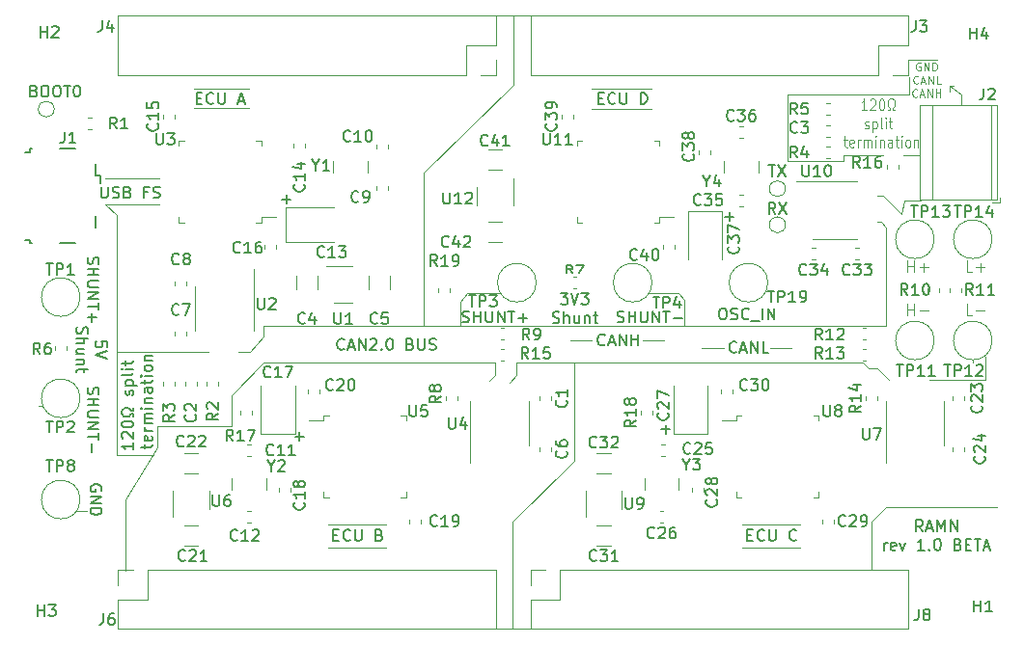
<source format=gbr>
G04 #@! TF.GenerationSoftware,KiCad,Pcbnew,(5.1.4)-1*
G04 #@! TF.CreationDate,2019-12-12T19:33:12+09:00*
G04 #@! TF.ProjectId,microevalb,6d696372-6f65-4766-916c-622e6b696361,rev?*
G04 #@! TF.SameCoordinates,Original*
G04 #@! TF.FileFunction,Legend,Top*
G04 #@! TF.FilePolarity,Positive*
%FSLAX46Y46*%
G04 Gerber Fmt 4.6, Leading zero omitted, Abs format (unit mm)*
G04 Created by KiCad (PCBNEW (5.1.4)-1) date 2019-12-12 19:33:12*
%MOMM*%
%LPD*%
G04 APERTURE LIST*
%ADD10C,0.125000*%
%ADD11C,0.120000*%
%ADD12C,0.150000*%
%ADD13C,0.100000*%
G04 APERTURE END LIST*
D10*
X123769476Y-69540380D02*
X123293285Y-69540380D01*
X123293285Y-68540380D01*
X124102809Y-69159428D02*
X124864714Y-69159428D01*
X118094238Y-69540380D02*
X118094238Y-68540380D01*
X118094238Y-69016571D02*
X118665666Y-69016571D01*
X118665666Y-69540380D02*
X118665666Y-68540380D01*
X119141857Y-69159428D02*
X119903761Y-69159428D01*
X123769476Y-65730380D02*
X123293285Y-65730380D01*
X123293285Y-64730380D01*
X124102809Y-65349428D02*
X124864714Y-65349428D01*
X124483761Y-65730380D02*
X124483761Y-64968476D01*
D11*
X75692000Y-57023000D02*
X83566000Y-49276000D01*
X108712000Y-89916000D02*
X103632000Y-89916000D01*
D12*
X104052952Y-88828571D02*
X104386285Y-88828571D01*
X104529142Y-89352380D02*
X104052952Y-89352380D01*
X104052952Y-88352380D01*
X104529142Y-88352380D01*
X105529142Y-89257142D02*
X105481523Y-89304761D01*
X105338666Y-89352380D01*
X105243428Y-89352380D01*
X105100571Y-89304761D01*
X105005333Y-89209523D01*
X104957714Y-89114285D01*
X104910095Y-88923809D01*
X104910095Y-88780952D01*
X104957714Y-88590476D01*
X105005333Y-88495238D01*
X105100571Y-88400000D01*
X105243428Y-88352380D01*
X105338666Y-88352380D01*
X105481523Y-88400000D01*
X105529142Y-88447619D01*
X105957714Y-88352380D02*
X105957714Y-89161904D01*
X106005333Y-89257142D01*
X106052952Y-89304761D01*
X106148190Y-89352380D01*
X106338666Y-89352380D01*
X106433904Y-89304761D01*
X106481523Y-89257142D01*
X106529142Y-89161904D01*
X106529142Y-88352380D01*
X108338666Y-89257142D02*
X108291047Y-89304761D01*
X108148190Y-89352380D01*
X108052952Y-89352380D01*
X107910095Y-89304761D01*
X107814857Y-89209523D01*
X107767238Y-89114285D01*
X107719619Y-88923809D01*
X107719619Y-88780952D01*
X107767238Y-88590476D01*
X107814857Y-88495238D01*
X107910095Y-88400000D01*
X108052952Y-88352380D01*
X108148190Y-88352380D01*
X108291047Y-88400000D01*
X108338666Y-88447619D01*
D11*
X103632000Y-87884000D02*
X108712000Y-87884000D01*
D12*
X63246047Y-59380428D02*
X64007952Y-59380428D01*
X63627000Y-59761380D02*
X63627000Y-58999476D01*
X102108047Y-60904428D02*
X102869952Y-60904428D01*
X102489000Y-61285380D02*
X102489000Y-60523476D01*
X96520047Y-79573428D02*
X97281952Y-79573428D01*
X96901000Y-79954380D02*
X96901000Y-79192476D01*
X64389047Y-80208428D02*
X65150952Y-80208428D01*
X64770000Y-80589380D02*
X64770000Y-79827476D01*
D11*
X48768000Y-60706000D02*
X47752000Y-59817000D01*
D12*
X119435714Y-88527380D02*
X119102380Y-88051190D01*
X118864285Y-88527380D02*
X118864285Y-87527380D01*
X119245238Y-87527380D01*
X119340476Y-87575000D01*
X119388095Y-87622619D01*
X119435714Y-87717857D01*
X119435714Y-87860714D01*
X119388095Y-87955952D01*
X119340476Y-88003571D01*
X119245238Y-88051190D01*
X118864285Y-88051190D01*
X119816666Y-88241666D02*
X120292857Y-88241666D01*
X119721428Y-88527380D02*
X120054761Y-87527380D01*
X120388095Y-88527380D01*
X120721428Y-88527380D02*
X120721428Y-87527380D01*
X121054761Y-88241666D01*
X121388095Y-87527380D01*
X121388095Y-88527380D01*
X121864285Y-88527380D02*
X121864285Y-87527380D01*
X122435714Y-88527380D01*
X122435714Y-87527380D01*
X116054761Y-90177380D02*
X116054761Y-89510714D01*
X116054761Y-89701190D02*
X116102380Y-89605952D01*
X116150000Y-89558333D01*
X116245238Y-89510714D01*
X116340476Y-89510714D01*
X117054761Y-90129761D02*
X116959523Y-90177380D01*
X116769047Y-90177380D01*
X116673809Y-90129761D01*
X116626190Y-90034523D01*
X116626190Y-89653571D01*
X116673809Y-89558333D01*
X116769047Y-89510714D01*
X116959523Y-89510714D01*
X117054761Y-89558333D01*
X117102380Y-89653571D01*
X117102380Y-89748809D01*
X116626190Y-89844047D01*
X117435714Y-89510714D02*
X117673809Y-90177380D01*
X117911904Y-89510714D01*
X119578571Y-90177380D02*
X119007142Y-90177380D01*
X119292857Y-90177380D02*
X119292857Y-89177380D01*
X119197619Y-89320238D01*
X119102380Y-89415476D01*
X119007142Y-89463095D01*
X120007142Y-90082142D02*
X120054761Y-90129761D01*
X120007142Y-90177380D01*
X119959523Y-90129761D01*
X120007142Y-90082142D01*
X120007142Y-90177380D01*
X120673809Y-89177380D02*
X120769047Y-89177380D01*
X120864285Y-89225000D01*
X120911904Y-89272619D01*
X120959523Y-89367857D01*
X121007142Y-89558333D01*
X121007142Y-89796428D01*
X120959523Y-89986904D01*
X120911904Y-90082142D01*
X120864285Y-90129761D01*
X120769047Y-90177380D01*
X120673809Y-90177380D01*
X120578571Y-90129761D01*
X120530952Y-90082142D01*
X120483333Y-89986904D01*
X120435714Y-89796428D01*
X120435714Y-89558333D01*
X120483333Y-89367857D01*
X120530952Y-89272619D01*
X120578571Y-89225000D01*
X120673809Y-89177380D01*
X122530952Y-89653571D02*
X122673809Y-89701190D01*
X122721428Y-89748809D01*
X122769047Y-89844047D01*
X122769047Y-89986904D01*
X122721428Y-90082142D01*
X122673809Y-90129761D01*
X122578571Y-90177380D01*
X122197619Y-90177380D01*
X122197619Y-89177380D01*
X122530952Y-89177380D01*
X122626190Y-89225000D01*
X122673809Y-89272619D01*
X122721428Y-89367857D01*
X122721428Y-89463095D01*
X122673809Y-89558333D01*
X122626190Y-89605952D01*
X122530952Y-89653571D01*
X122197619Y-89653571D01*
X123197619Y-89653571D02*
X123530952Y-89653571D01*
X123673809Y-90177380D02*
X123197619Y-90177380D01*
X123197619Y-89177380D01*
X123673809Y-89177380D01*
X123959523Y-89177380D02*
X124530952Y-89177380D01*
X124245238Y-90177380D02*
X124245238Y-89177380D01*
X124816666Y-89891666D02*
X125292857Y-89891666D01*
X124721428Y-90177380D02*
X125054761Y-89177380D01*
X125388095Y-90177380D01*
D11*
X121793000Y-49403000D02*
X122174000Y-49403000D01*
X121793000Y-49911000D02*
X121793000Y-49403000D01*
X121793000Y-49403000D02*
X121793000Y-49911000D01*
X122809000Y-50165000D02*
X121793000Y-49403000D01*
X122809000Y-51054000D02*
X122809000Y-50165000D01*
X118211600Y-47117000D02*
X120726200Y-47117000D01*
X118237000Y-50165000D02*
X118237000Y-48641000D01*
X88519000Y-71755000D02*
X90424000Y-71755000D01*
X94869000Y-71755000D02*
X96774000Y-71755000D01*
X100076000Y-72390000D02*
X101981000Y-72390000D01*
X106045000Y-72390000D02*
X107950000Y-72390000D01*
X115951000Y-59055000D02*
X115443000Y-59055000D01*
X117602000Y-60642500D02*
X115951000Y-59055000D01*
X115824000Y-61341000D02*
X115443000Y-61341000D01*
X116205000Y-61849000D02*
X115824000Y-61341000D01*
X116205000Y-62865000D02*
X116205000Y-61849000D01*
X114681000Y-74168000D02*
X114554000Y-74041000D01*
X115443000Y-74168000D02*
X114681000Y-74168000D01*
X114554000Y-74041000D02*
X114173000Y-73660000D01*
X116459000Y-75184000D02*
X115443000Y-74168000D01*
X124968000Y-73152000D02*
X124968000Y-75184000D01*
X88900000Y-73660000D02*
X114173000Y-73660000D01*
X60452000Y-72771000D02*
X59436000Y-72771000D01*
X61595000Y-71374000D02*
X60452000Y-72771000D01*
X84836000Y-73660000D02*
X88900000Y-73660000D01*
X83820000Y-73660000D02*
X84836000Y-73660000D01*
X83820000Y-74803000D02*
X83820000Y-73660000D01*
X83185000Y-75438000D02*
X83820000Y-74803000D01*
X81915000Y-74803000D02*
X81407000Y-75311000D01*
X81915000Y-73660000D02*
X81915000Y-74803000D01*
X114935000Y-91440000D02*
X114935000Y-91821000D01*
X114935000Y-87630000D02*
X114935000Y-91440000D01*
X116205000Y-86360000D02*
X114935000Y-87630000D01*
X116205000Y-86360000D02*
X125984000Y-86360000D01*
X75692000Y-70485000D02*
X75692000Y-66548000D01*
X116205000Y-63500000D02*
X116205000Y-62865000D01*
X117856000Y-59436000D02*
X119253000Y-59436000D01*
X117602000Y-60642500D02*
X117856000Y-59436000D01*
X48768000Y-72771000D02*
X48768000Y-60706000D01*
X95631000Y-49657000D02*
X90424000Y-49657000D01*
X90424000Y-51435000D02*
X95631000Y-51435000D01*
D12*
X90971952Y-50474571D02*
X91305285Y-50474571D01*
X91448142Y-50998380D02*
X90971952Y-50998380D01*
X90971952Y-49998380D01*
X91448142Y-49998380D01*
X92448142Y-50903142D02*
X92400523Y-50950761D01*
X92257666Y-50998380D01*
X92162428Y-50998380D01*
X92019571Y-50950761D01*
X91924333Y-50855523D01*
X91876714Y-50760285D01*
X91829095Y-50569809D01*
X91829095Y-50426952D01*
X91876714Y-50236476D01*
X91924333Y-50141238D01*
X92019571Y-50046000D01*
X92162428Y-49998380D01*
X92257666Y-49998380D01*
X92400523Y-50046000D01*
X92448142Y-50093619D01*
X92876714Y-49998380D02*
X92876714Y-50807904D01*
X92924333Y-50903142D01*
X92971952Y-50950761D01*
X93067190Y-50998380D01*
X93257666Y-50998380D01*
X93352904Y-50950761D01*
X93400523Y-50903142D01*
X93448142Y-50807904D01*
X93448142Y-49998380D01*
X94686238Y-50998380D02*
X94686238Y-49998380D01*
X94924333Y-49998380D01*
X95067190Y-50046000D01*
X95162428Y-50141238D01*
X95210047Y-50236476D01*
X95257666Y-50426952D01*
X95257666Y-50569809D01*
X95210047Y-50760285D01*
X95162428Y-50855523D01*
X95067190Y-50950761D01*
X94924333Y-50998380D01*
X94686238Y-50998380D01*
D11*
X60325000Y-51308000D02*
X55499000Y-51308000D01*
X55499000Y-49657000D02*
X60325000Y-49657000D01*
D12*
X55737380Y-50474571D02*
X56070714Y-50474571D01*
X56213571Y-50998380D02*
X55737380Y-50998380D01*
X55737380Y-49998380D01*
X56213571Y-49998380D01*
X57213571Y-50903142D02*
X57165952Y-50950761D01*
X57023095Y-50998380D01*
X56927857Y-50998380D01*
X56785000Y-50950761D01*
X56689761Y-50855523D01*
X56642142Y-50760285D01*
X56594523Y-50569809D01*
X56594523Y-50426952D01*
X56642142Y-50236476D01*
X56689761Y-50141238D01*
X56785000Y-50046000D01*
X56927857Y-49998380D01*
X57023095Y-49998380D01*
X57165952Y-50046000D01*
X57213571Y-50093619D01*
X57642142Y-49998380D02*
X57642142Y-50807904D01*
X57689761Y-50903142D01*
X57737380Y-50950761D01*
X57832619Y-50998380D01*
X58023095Y-50998380D01*
X58118333Y-50950761D01*
X58165952Y-50903142D01*
X58213571Y-50807904D01*
X58213571Y-49998380D01*
X59404047Y-50712666D02*
X59880238Y-50712666D01*
X59308809Y-50998380D02*
X59642142Y-49998380D01*
X59975476Y-50998380D01*
D11*
X98552000Y-68199000D02*
X98552000Y-70485000D01*
X98044000Y-67564000D02*
X98552000Y-68199000D01*
X95377000Y-67564000D02*
X98044000Y-67564000D01*
X78867000Y-68326000D02*
X78867000Y-70485000D01*
X79502000Y-67564000D02*
X78867000Y-68326000D01*
X45085000Y-86741000D02*
X46101000Y-86741000D01*
D12*
X47363000Y-84963095D02*
X47410619Y-84867857D01*
X47410619Y-84725000D01*
X47363000Y-84582142D01*
X47267761Y-84486904D01*
X47172523Y-84439285D01*
X46982047Y-84391666D01*
X46839190Y-84391666D01*
X46648714Y-84439285D01*
X46553476Y-84486904D01*
X46458238Y-84582142D01*
X46410619Y-84725000D01*
X46410619Y-84820238D01*
X46458238Y-84963095D01*
X46505857Y-85010714D01*
X46839190Y-85010714D01*
X46839190Y-84820238D01*
X46410619Y-85439285D02*
X47410619Y-85439285D01*
X46410619Y-86010714D01*
X47410619Y-86010714D01*
X46410619Y-86486904D02*
X47410619Y-86486904D01*
X47410619Y-86725000D01*
X47363000Y-86867857D01*
X47267761Y-86963095D01*
X47172523Y-87010714D01*
X46982047Y-87058333D01*
X46839190Y-87058333D01*
X46648714Y-87010714D01*
X46553476Y-86963095D01*
X46458238Y-86867857D01*
X46410619Y-86725000D01*
X46410619Y-86486904D01*
D11*
X48768000Y-72771000D02*
X52324000Y-72771000D01*
X48768000Y-81788000D02*
X48768000Y-72771000D01*
X51943000Y-81788000D02*
X48768000Y-81788000D01*
X83439000Y-97028000D02*
X84963000Y-97028000D01*
X83439000Y-97028000D02*
X82042000Y-97028000D01*
X83439000Y-95631000D02*
X83439000Y-97028000D01*
X83439000Y-92837000D02*
X83439000Y-95631000D01*
X83439000Y-91821000D02*
X83439000Y-92837000D01*
X52324000Y-81153000D02*
X52324000Y-79248000D01*
X49530000Y-85725000D02*
X52324000Y-81153000D01*
X49530000Y-91948000D02*
X49530000Y-85725000D01*
X82423000Y-67564000D02*
X79502000Y-67564000D01*
D12*
X46204238Y-75882857D02*
X46156619Y-76025714D01*
X46156619Y-76263809D01*
X46204238Y-76359047D01*
X46251857Y-76406666D01*
X46347095Y-76454285D01*
X46442333Y-76454285D01*
X46537571Y-76406666D01*
X46585190Y-76359047D01*
X46632809Y-76263809D01*
X46680428Y-76073333D01*
X46728047Y-75978095D01*
X46775666Y-75930476D01*
X46870904Y-75882857D01*
X46966142Y-75882857D01*
X47061380Y-75930476D01*
X47109000Y-75978095D01*
X47156619Y-76073333D01*
X47156619Y-76311428D01*
X47109000Y-76454285D01*
X46156619Y-76882857D02*
X47156619Y-76882857D01*
X46680428Y-76882857D02*
X46680428Y-77454285D01*
X46156619Y-77454285D02*
X47156619Y-77454285D01*
X47156619Y-77930476D02*
X46347095Y-77930476D01*
X46251857Y-77978095D01*
X46204238Y-78025714D01*
X46156619Y-78120952D01*
X46156619Y-78311428D01*
X46204238Y-78406666D01*
X46251857Y-78454285D01*
X46347095Y-78501904D01*
X47156619Y-78501904D01*
X46156619Y-78978095D02*
X47156619Y-78978095D01*
X46156619Y-79549523D01*
X47156619Y-79549523D01*
X47156619Y-79882857D02*
X47156619Y-80454285D01*
X46156619Y-80168571D02*
X47156619Y-80168571D01*
X46537571Y-80787619D02*
X46537571Y-81549523D01*
X46204238Y-64452857D02*
X46156619Y-64595714D01*
X46156619Y-64833809D01*
X46204238Y-64929047D01*
X46251857Y-64976666D01*
X46347095Y-65024285D01*
X46442333Y-65024285D01*
X46537571Y-64976666D01*
X46585190Y-64929047D01*
X46632809Y-64833809D01*
X46680428Y-64643333D01*
X46728047Y-64548095D01*
X46775666Y-64500476D01*
X46870904Y-64452857D01*
X46966142Y-64452857D01*
X47061380Y-64500476D01*
X47109000Y-64548095D01*
X47156619Y-64643333D01*
X47156619Y-64881428D01*
X47109000Y-65024285D01*
X46156619Y-65452857D02*
X47156619Y-65452857D01*
X46680428Y-65452857D02*
X46680428Y-66024285D01*
X46156619Y-66024285D02*
X47156619Y-66024285D01*
X47156619Y-66500476D02*
X46347095Y-66500476D01*
X46251857Y-66548095D01*
X46204238Y-66595714D01*
X46156619Y-66690952D01*
X46156619Y-66881428D01*
X46204238Y-66976666D01*
X46251857Y-67024285D01*
X46347095Y-67071904D01*
X47156619Y-67071904D01*
X46156619Y-67548095D02*
X47156619Y-67548095D01*
X46156619Y-68119523D01*
X47156619Y-68119523D01*
X47156619Y-68452857D02*
X47156619Y-69024285D01*
X46156619Y-68738571D02*
X47156619Y-68738571D01*
X46537571Y-69357619D02*
X46537571Y-70119523D01*
X46156619Y-69738571D02*
X46918523Y-69738571D01*
D11*
X41910000Y-77470000D02*
X42164000Y-77470000D01*
D12*
X47854619Y-72326523D02*
X47854619Y-71850333D01*
X47378428Y-71802714D01*
X47426047Y-71850333D01*
X47473666Y-71945571D01*
X47473666Y-72183666D01*
X47426047Y-72278904D01*
X47378428Y-72326523D01*
X47283190Y-72374142D01*
X47045095Y-72374142D01*
X46949857Y-72326523D01*
X46902238Y-72278904D01*
X46854619Y-72183666D01*
X46854619Y-71945571D01*
X46902238Y-71850333D01*
X46949857Y-71802714D01*
X47854619Y-72659857D02*
X46854619Y-72993190D01*
X47854619Y-73326523D01*
X45252238Y-70588428D02*
X45204619Y-70731285D01*
X45204619Y-70969380D01*
X45252238Y-71064619D01*
X45299857Y-71112238D01*
X45395095Y-71159857D01*
X45490333Y-71159857D01*
X45585571Y-71112238D01*
X45633190Y-71064619D01*
X45680809Y-70969380D01*
X45728428Y-70778904D01*
X45776047Y-70683666D01*
X45823666Y-70636047D01*
X45918904Y-70588428D01*
X46014142Y-70588428D01*
X46109380Y-70636047D01*
X46157000Y-70683666D01*
X46204619Y-70778904D01*
X46204619Y-71017000D01*
X46157000Y-71159857D01*
X45204619Y-71588428D02*
X46204619Y-71588428D01*
X45204619Y-72017000D02*
X45728428Y-72017000D01*
X45823666Y-71969380D01*
X45871285Y-71874142D01*
X45871285Y-71731285D01*
X45823666Y-71636047D01*
X45776047Y-71588428D01*
X45871285Y-72921761D02*
X45204619Y-72921761D01*
X45871285Y-72493190D02*
X45347476Y-72493190D01*
X45252238Y-72540809D01*
X45204619Y-72636047D01*
X45204619Y-72778904D01*
X45252238Y-72874142D01*
X45299857Y-72921761D01*
X45871285Y-73397952D02*
X45204619Y-73397952D01*
X45776047Y-73397952D02*
X45823666Y-73445571D01*
X45871285Y-73540809D01*
X45871285Y-73683666D01*
X45823666Y-73778904D01*
X45728428Y-73826523D01*
X45204619Y-73826523D01*
X45871285Y-74159857D02*
X45871285Y-74540809D01*
X46204619Y-74302714D02*
X45347476Y-74302714D01*
X45252238Y-74350333D01*
X45204619Y-74445571D01*
X45204619Y-74540809D01*
X87661904Y-67588380D02*
X88280952Y-67588380D01*
X87947619Y-67969333D01*
X88090476Y-67969333D01*
X88185714Y-68016952D01*
X88233333Y-68064571D01*
X88280952Y-68159809D01*
X88280952Y-68397904D01*
X88233333Y-68493142D01*
X88185714Y-68540761D01*
X88090476Y-68588380D01*
X87804761Y-68588380D01*
X87709523Y-68540761D01*
X87661904Y-68493142D01*
X88566666Y-67588380D02*
X88900000Y-68588380D01*
X89233333Y-67588380D01*
X89471428Y-67588380D02*
X90090476Y-67588380D01*
X89757142Y-67969333D01*
X89900000Y-67969333D01*
X89995238Y-68016952D01*
X90042857Y-68064571D01*
X90090476Y-68159809D01*
X90090476Y-68397904D01*
X90042857Y-68493142D01*
X89995238Y-68540761D01*
X89900000Y-68588380D01*
X89614285Y-68588380D01*
X89519047Y-68540761D01*
X89471428Y-68493142D01*
X86971428Y-70190761D02*
X87114285Y-70238380D01*
X87352380Y-70238380D01*
X87447619Y-70190761D01*
X87495238Y-70143142D01*
X87542857Y-70047904D01*
X87542857Y-69952666D01*
X87495238Y-69857428D01*
X87447619Y-69809809D01*
X87352380Y-69762190D01*
X87161904Y-69714571D01*
X87066666Y-69666952D01*
X87019047Y-69619333D01*
X86971428Y-69524095D01*
X86971428Y-69428857D01*
X87019047Y-69333619D01*
X87066666Y-69286000D01*
X87161904Y-69238380D01*
X87400000Y-69238380D01*
X87542857Y-69286000D01*
X87971428Y-70238380D02*
X87971428Y-69238380D01*
X88400000Y-70238380D02*
X88400000Y-69714571D01*
X88352380Y-69619333D01*
X88257142Y-69571714D01*
X88114285Y-69571714D01*
X88019047Y-69619333D01*
X87971428Y-69666952D01*
X89304761Y-69571714D02*
X89304761Y-70238380D01*
X88876190Y-69571714D02*
X88876190Y-70095523D01*
X88923809Y-70190761D01*
X89019047Y-70238380D01*
X89161904Y-70238380D01*
X89257142Y-70190761D01*
X89304761Y-70143142D01*
X89780952Y-69571714D02*
X89780952Y-70238380D01*
X89780952Y-69666952D02*
X89828571Y-69619333D01*
X89923809Y-69571714D01*
X90066666Y-69571714D01*
X90161904Y-69619333D01*
X90209523Y-69714571D01*
X90209523Y-70238380D01*
X90542857Y-69571714D02*
X90923809Y-69571714D01*
X90685714Y-69238380D02*
X90685714Y-70095523D01*
X90733333Y-70190761D01*
X90828571Y-70238380D01*
X90923809Y-70238380D01*
X79057857Y-70127761D02*
X79200714Y-70175380D01*
X79438809Y-70175380D01*
X79534047Y-70127761D01*
X79581666Y-70080142D01*
X79629285Y-69984904D01*
X79629285Y-69889666D01*
X79581666Y-69794428D01*
X79534047Y-69746809D01*
X79438809Y-69699190D01*
X79248333Y-69651571D01*
X79153095Y-69603952D01*
X79105476Y-69556333D01*
X79057857Y-69461095D01*
X79057857Y-69365857D01*
X79105476Y-69270619D01*
X79153095Y-69223000D01*
X79248333Y-69175380D01*
X79486428Y-69175380D01*
X79629285Y-69223000D01*
X80057857Y-70175380D02*
X80057857Y-69175380D01*
X80057857Y-69651571D02*
X80629285Y-69651571D01*
X80629285Y-70175380D02*
X80629285Y-69175380D01*
X81105476Y-69175380D02*
X81105476Y-69984904D01*
X81153095Y-70080142D01*
X81200714Y-70127761D01*
X81295952Y-70175380D01*
X81486428Y-70175380D01*
X81581666Y-70127761D01*
X81629285Y-70080142D01*
X81676904Y-69984904D01*
X81676904Y-69175380D01*
X82153095Y-70175380D02*
X82153095Y-69175380D01*
X82724523Y-70175380D01*
X82724523Y-69175380D01*
X83057857Y-69175380D02*
X83629285Y-69175380D01*
X83343571Y-70175380D02*
X83343571Y-69175380D01*
X83962619Y-69794428D02*
X84724523Y-69794428D01*
X84343571Y-70175380D02*
X84343571Y-69413476D01*
X92646857Y-70127761D02*
X92789714Y-70175380D01*
X93027809Y-70175380D01*
X93123047Y-70127761D01*
X93170666Y-70080142D01*
X93218285Y-69984904D01*
X93218285Y-69889666D01*
X93170666Y-69794428D01*
X93123047Y-69746809D01*
X93027809Y-69699190D01*
X92837333Y-69651571D01*
X92742095Y-69603952D01*
X92694476Y-69556333D01*
X92646857Y-69461095D01*
X92646857Y-69365857D01*
X92694476Y-69270619D01*
X92742095Y-69223000D01*
X92837333Y-69175380D01*
X93075428Y-69175380D01*
X93218285Y-69223000D01*
X93646857Y-70175380D02*
X93646857Y-69175380D01*
X93646857Y-69651571D02*
X94218285Y-69651571D01*
X94218285Y-70175380D02*
X94218285Y-69175380D01*
X94694476Y-69175380D02*
X94694476Y-69984904D01*
X94742095Y-70080142D01*
X94789714Y-70127761D01*
X94884952Y-70175380D01*
X95075428Y-70175380D01*
X95170666Y-70127761D01*
X95218285Y-70080142D01*
X95265904Y-69984904D01*
X95265904Y-69175380D01*
X95742095Y-70175380D02*
X95742095Y-69175380D01*
X96313523Y-70175380D01*
X96313523Y-69175380D01*
X96646857Y-69175380D02*
X97218285Y-69175380D01*
X96932571Y-70175380D02*
X96932571Y-69175380D01*
X97551619Y-69794428D02*
X98313523Y-69794428D01*
X101798714Y-68921380D02*
X101989190Y-68921380D01*
X102084428Y-68969000D01*
X102179666Y-69064238D01*
X102227285Y-69254714D01*
X102227285Y-69588047D01*
X102179666Y-69778523D01*
X102084428Y-69873761D01*
X101989190Y-69921380D01*
X101798714Y-69921380D01*
X101703476Y-69873761D01*
X101608238Y-69778523D01*
X101560619Y-69588047D01*
X101560619Y-69254714D01*
X101608238Y-69064238D01*
X101703476Y-68969000D01*
X101798714Y-68921380D01*
X102608238Y-69873761D02*
X102751095Y-69921380D01*
X102989190Y-69921380D01*
X103084428Y-69873761D01*
X103132047Y-69826142D01*
X103179666Y-69730904D01*
X103179666Y-69635666D01*
X103132047Y-69540428D01*
X103084428Y-69492809D01*
X102989190Y-69445190D01*
X102798714Y-69397571D01*
X102703476Y-69349952D01*
X102655857Y-69302333D01*
X102608238Y-69207095D01*
X102608238Y-69111857D01*
X102655857Y-69016619D01*
X102703476Y-68969000D01*
X102798714Y-68921380D01*
X103036809Y-68921380D01*
X103179666Y-68969000D01*
X104179666Y-69826142D02*
X104132047Y-69873761D01*
X103989190Y-69921380D01*
X103893952Y-69921380D01*
X103751095Y-69873761D01*
X103655857Y-69778523D01*
X103608238Y-69683285D01*
X103560619Y-69492809D01*
X103560619Y-69349952D01*
X103608238Y-69159476D01*
X103655857Y-69064238D01*
X103751095Y-68969000D01*
X103893952Y-68921380D01*
X103989190Y-68921380D01*
X104132047Y-68969000D01*
X104179666Y-69016619D01*
X104370142Y-70016619D02*
X105132047Y-70016619D01*
X105370142Y-69921380D02*
X105370142Y-68921380D01*
X105846333Y-69921380D02*
X105846333Y-68921380D01*
X106417761Y-69921380D01*
X106417761Y-68921380D01*
D10*
X119227666Y-47370000D02*
X119161000Y-47336666D01*
X119061000Y-47336666D01*
X118961000Y-47370000D01*
X118894333Y-47436666D01*
X118861000Y-47503333D01*
X118827666Y-47636666D01*
X118827666Y-47736666D01*
X118861000Y-47870000D01*
X118894333Y-47936666D01*
X118961000Y-48003333D01*
X119061000Y-48036666D01*
X119127666Y-48036666D01*
X119227666Y-48003333D01*
X119261000Y-47970000D01*
X119261000Y-47736666D01*
X119127666Y-47736666D01*
X119561000Y-48036666D02*
X119561000Y-47336666D01*
X119961000Y-48036666D01*
X119961000Y-47336666D01*
X120294333Y-48036666D02*
X120294333Y-47336666D01*
X120461000Y-47336666D01*
X120561000Y-47370000D01*
X120627666Y-47436666D01*
X120661000Y-47503333D01*
X120694333Y-47636666D01*
X120694333Y-47736666D01*
X120661000Y-47870000D01*
X120627666Y-47936666D01*
X120561000Y-48003333D01*
X120461000Y-48036666D01*
X120294333Y-48036666D01*
X119027666Y-49145000D02*
X118994333Y-49178333D01*
X118894333Y-49211666D01*
X118827666Y-49211666D01*
X118727666Y-49178333D01*
X118661000Y-49111666D01*
X118627666Y-49045000D01*
X118594333Y-48911666D01*
X118594333Y-48811666D01*
X118627666Y-48678333D01*
X118661000Y-48611666D01*
X118727666Y-48545000D01*
X118827666Y-48511666D01*
X118894333Y-48511666D01*
X118994333Y-48545000D01*
X119027666Y-48578333D01*
X119294333Y-49011666D02*
X119627666Y-49011666D01*
X119227666Y-49211666D02*
X119461000Y-48511666D01*
X119694333Y-49211666D01*
X119927666Y-49211666D02*
X119927666Y-48511666D01*
X120327666Y-49211666D01*
X120327666Y-48511666D01*
X120994333Y-49211666D02*
X120661000Y-49211666D01*
X120661000Y-48511666D01*
X118944333Y-50320000D02*
X118911000Y-50353333D01*
X118811000Y-50386666D01*
X118744333Y-50386666D01*
X118644333Y-50353333D01*
X118577666Y-50286666D01*
X118544333Y-50220000D01*
X118511000Y-50086666D01*
X118511000Y-49986666D01*
X118544333Y-49853333D01*
X118577666Y-49786666D01*
X118644333Y-49720000D01*
X118744333Y-49686666D01*
X118811000Y-49686666D01*
X118911000Y-49720000D01*
X118944333Y-49753333D01*
X119211000Y-50186666D02*
X119544333Y-50186666D01*
X119144333Y-50386666D02*
X119377666Y-49686666D01*
X119611000Y-50386666D01*
X119844333Y-50386666D02*
X119844333Y-49686666D01*
X120244333Y-50386666D01*
X120244333Y-49686666D01*
X120577666Y-50386666D02*
X120577666Y-49686666D01*
X120577666Y-50020000D02*
X120977666Y-50020000D01*
X120977666Y-50386666D02*
X120977666Y-49686666D01*
X118094238Y-65730380D02*
X118094238Y-64730380D01*
X118094238Y-65206571D02*
X118665666Y-65206571D01*
X118665666Y-65730380D02*
X118665666Y-64730380D01*
X119141857Y-65349428D02*
X119903761Y-65349428D01*
X119522809Y-65730380D02*
X119522809Y-64968476D01*
D12*
X103092380Y-72747142D02*
X103044761Y-72794761D01*
X102901904Y-72842380D01*
X102806666Y-72842380D01*
X102663809Y-72794761D01*
X102568571Y-72699523D01*
X102520952Y-72604285D01*
X102473333Y-72413809D01*
X102473333Y-72270952D01*
X102520952Y-72080476D01*
X102568571Y-71985238D01*
X102663809Y-71890000D01*
X102806666Y-71842380D01*
X102901904Y-71842380D01*
X103044761Y-71890000D01*
X103092380Y-71937619D01*
X103473333Y-72556666D02*
X103949523Y-72556666D01*
X103378095Y-72842380D02*
X103711428Y-71842380D01*
X104044761Y-72842380D01*
X104378095Y-72842380D02*
X104378095Y-71842380D01*
X104949523Y-72842380D01*
X104949523Y-71842380D01*
X105901904Y-72842380D02*
X105425714Y-72842380D01*
X105425714Y-71842380D01*
X91543333Y-72112142D02*
X91495714Y-72159761D01*
X91352857Y-72207380D01*
X91257619Y-72207380D01*
X91114761Y-72159761D01*
X91019523Y-72064523D01*
X90971904Y-71969285D01*
X90924285Y-71778809D01*
X90924285Y-71635952D01*
X90971904Y-71445476D01*
X91019523Y-71350238D01*
X91114761Y-71255000D01*
X91257619Y-71207380D01*
X91352857Y-71207380D01*
X91495714Y-71255000D01*
X91543333Y-71302619D01*
X91924285Y-71921666D02*
X92400476Y-71921666D01*
X91829047Y-72207380D02*
X92162380Y-71207380D01*
X92495714Y-72207380D01*
X92829047Y-72207380D02*
X92829047Y-71207380D01*
X93400476Y-72207380D01*
X93400476Y-71207380D01*
X93876666Y-72207380D02*
X93876666Y-71207380D01*
X93876666Y-71683571D02*
X94448095Y-71683571D01*
X94448095Y-72207380D02*
X94448095Y-71207380D01*
X68675714Y-72493142D02*
X68628095Y-72540761D01*
X68485238Y-72588380D01*
X68390000Y-72588380D01*
X68247142Y-72540761D01*
X68151904Y-72445523D01*
X68104285Y-72350285D01*
X68056666Y-72159809D01*
X68056666Y-72016952D01*
X68104285Y-71826476D01*
X68151904Y-71731238D01*
X68247142Y-71636000D01*
X68390000Y-71588380D01*
X68485238Y-71588380D01*
X68628095Y-71636000D01*
X68675714Y-71683619D01*
X69056666Y-72302666D02*
X69532857Y-72302666D01*
X68961428Y-72588380D02*
X69294761Y-71588380D01*
X69628095Y-72588380D01*
X69961428Y-72588380D02*
X69961428Y-71588380D01*
X70532857Y-72588380D01*
X70532857Y-71588380D01*
X70961428Y-71683619D02*
X71009047Y-71636000D01*
X71104285Y-71588380D01*
X71342380Y-71588380D01*
X71437619Y-71636000D01*
X71485238Y-71683619D01*
X71532857Y-71778857D01*
X71532857Y-71874095D01*
X71485238Y-72016952D01*
X70913809Y-72588380D01*
X71532857Y-72588380D01*
X71961428Y-72493142D02*
X72009047Y-72540761D01*
X71961428Y-72588380D01*
X71913809Y-72540761D01*
X71961428Y-72493142D01*
X71961428Y-72588380D01*
X72628095Y-71588380D02*
X72723333Y-71588380D01*
X72818571Y-71636000D01*
X72866190Y-71683619D01*
X72913809Y-71778857D01*
X72961428Y-71969333D01*
X72961428Y-72207428D01*
X72913809Y-72397904D01*
X72866190Y-72493142D01*
X72818571Y-72540761D01*
X72723333Y-72588380D01*
X72628095Y-72588380D01*
X72532857Y-72540761D01*
X72485238Y-72493142D01*
X72437619Y-72397904D01*
X72390000Y-72207428D01*
X72390000Y-71969333D01*
X72437619Y-71778857D01*
X72485238Y-71683619D01*
X72532857Y-71636000D01*
X72628095Y-71588380D01*
X74485238Y-72064571D02*
X74628095Y-72112190D01*
X74675714Y-72159809D01*
X74723333Y-72255047D01*
X74723333Y-72397904D01*
X74675714Y-72493142D01*
X74628095Y-72540761D01*
X74532857Y-72588380D01*
X74151904Y-72588380D01*
X74151904Y-71588380D01*
X74485238Y-71588380D01*
X74580476Y-71636000D01*
X74628095Y-71683619D01*
X74675714Y-71778857D01*
X74675714Y-71874095D01*
X74628095Y-71969333D01*
X74580476Y-72016952D01*
X74485238Y-72064571D01*
X74151904Y-72064571D01*
X75151904Y-71588380D02*
X75151904Y-72397904D01*
X75199523Y-72493142D01*
X75247142Y-72540761D01*
X75342380Y-72588380D01*
X75532857Y-72588380D01*
X75628095Y-72540761D01*
X75675714Y-72493142D01*
X75723333Y-72397904D01*
X75723333Y-71588380D01*
X76151904Y-72540761D02*
X76294761Y-72588380D01*
X76532857Y-72588380D01*
X76628095Y-72540761D01*
X76675714Y-72493142D01*
X76723333Y-72397904D01*
X76723333Y-72302666D01*
X76675714Y-72207428D01*
X76628095Y-72159809D01*
X76532857Y-72112190D01*
X76342380Y-72064571D01*
X76247142Y-72016952D01*
X76199523Y-71969333D01*
X76151904Y-71874095D01*
X76151904Y-71778857D01*
X76199523Y-71683619D01*
X76247142Y-71636000D01*
X76342380Y-71588380D01*
X76580476Y-71588380D01*
X76723333Y-71636000D01*
X47363380Y-58253380D02*
X47363380Y-59062904D01*
X47411000Y-59158142D01*
X47458619Y-59205761D01*
X47553857Y-59253380D01*
X47744333Y-59253380D01*
X47839571Y-59205761D01*
X47887190Y-59158142D01*
X47934809Y-59062904D01*
X47934809Y-58253380D01*
X48363380Y-59205761D02*
X48506238Y-59253380D01*
X48744333Y-59253380D01*
X48839571Y-59205761D01*
X48887190Y-59158142D01*
X48934809Y-59062904D01*
X48934809Y-58967666D01*
X48887190Y-58872428D01*
X48839571Y-58824809D01*
X48744333Y-58777190D01*
X48553857Y-58729571D01*
X48458619Y-58681952D01*
X48411000Y-58634333D01*
X48363380Y-58539095D01*
X48363380Y-58443857D01*
X48411000Y-58348619D01*
X48458619Y-58301000D01*
X48553857Y-58253380D01*
X48791952Y-58253380D01*
X48934809Y-58301000D01*
X49696714Y-58729571D02*
X49839571Y-58777190D01*
X49887190Y-58824809D01*
X49934809Y-58920047D01*
X49934809Y-59062904D01*
X49887190Y-59158142D01*
X49839571Y-59205761D01*
X49744333Y-59253380D01*
X49363380Y-59253380D01*
X49363380Y-58253380D01*
X49696714Y-58253380D01*
X49791952Y-58301000D01*
X49839571Y-58348619D01*
X49887190Y-58443857D01*
X49887190Y-58539095D01*
X49839571Y-58634333D01*
X49791952Y-58681952D01*
X49696714Y-58729571D01*
X49363380Y-58729571D01*
X51458619Y-58729571D02*
X51125285Y-58729571D01*
X51125285Y-59253380D02*
X51125285Y-58253380D01*
X51601476Y-58253380D01*
X51934809Y-59205761D02*
X52077666Y-59253380D01*
X52315761Y-59253380D01*
X52411000Y-59205761D01*
X52458619Y-59158142D01*
X52506238Y-59062904D01*
X52506238Y-58967666D01*
X52458619Y-58872428D01*
X52411000Y-58824809D01*
X52315761Y-58777190D01*
X52125285Y-58729571D01*
X52030047Y-58681952D01*
X51982428Y-58634333D01*
X51934809Y-58539095D01*
X51934809Y-58443857D01*
X51982428Y-58348619D01*
X52030047Y-58301000D01*
X52125285Y-58253380D01*
X52363380Y-58253380D01*
X52506238Y-58301000D01*
D11*
X52451000Y-59817000D02*
X47752000Y-59817000D01*
X52451000Y-57531000D02*
X47752000Y-57531000D01*
X72390000Y-89916000D02*
X67310000Y-89916000D01*
X67310000Y-87884000D02*
X72390000Y-87884000D01*
D12*
X67730952Y-88828571D02*
X68064285Y-88828571D01*
X68207142Y-89352380D02*
X67730952Y-89352380D01*
X67730952Y-88352380D01*
X68207142Y-88352380D01*
X69207142Y-89257142D02*
X69159523Y-89304761D01*
X69016666Y-89352380D01*
X68921428Y-89352380D01*
X68778571Y-89304761D01*
X68683333Y-89209523D01*
X68635714Y-89114285D01*
X68588095Y-88923809D01*
X68588095Y-88780952D01*
X68635714Y-88590476D01*
X68683333Y-88495238D01*
X68778571Y-88400000D01*
X68921428Y-88352380D01*
X69016666Y-88352380D01*
X69159523Y-88400000D01*
X69207142Y-88447619D01*
X69635714Y-88352380D02*
X69635714Y-89161904D01*
X69683333Y-89257142D01*
X69730952Y-89304761D01*
X69826190Y-89352380D01*
X70016666Y-89352380D01*
X70111904Y-89304761D01*
X70159523Y-89257142D01*
X70207142Y-89161904D01*
X70207142Y-88352380D01*
X71778571Y-88828571D02*
X71921428Y-88876190D01*
X71969047Y-88923809D01*
X72016666Y-89019047D01*
X72016666Y-89161904D01*
X71969047Y-89257142D01*
X71921428Y-89304761D01*
X71826190Y-89352380D01*
X71445238Y-89352380D01*
X71445238Y-88352380D01*
X71778571Y-88352380D01*
X71873809Y-88400000D01*
X71921428Y-88447619D01*
X71969047Y-88542857D01*
X71969047Y-88638095D01*
X71921428Y-88733333D01*
X71873809Y-88780952D01*
X71778571Y-88828571D01*
X71445238Y-88828571D01*
D10*
X114528761Y-51532380D02*
X114071619Y-51532380D01*
X114300190Y-51532380D02*
X114300190Y-50532380D01*
X114224000Y-50675238D01*
X114147809Y-50770476D01*
X114071619Y-50818095D01*
X114833523Y-50627619D02*
X114871619Y-50580000D01*
X114947809Y-50532380D01*
X115138285Y-50532380D01*
X115214476Y-50580000D01*
X115252571Y-50627619D01*
X115290666Y-50722857D01*
X115290666Y-50818095D01*
X115252571Y-50960952D01*
X114795428Y-51532380D01*
X115290666Y-51532380D01*
X115785904Y-50532380D02*
X115862095Y-50532380D01*
X115938285Y-50580000D01*
X115976380Y-50627619D01*
X116014476Y-50722857D01*
X116052571Y-50913333D01*
X116052571Y-51151428D01*
X116014476Y-51341904D01*
X115976380Y-51437142D01*
X115938285Y-51484761D01*
X115862095Y-51532380D01*
X115785904Y-51532380D01*
X115709714Y-51484761D01*
X115671619Y-51437142D01*
X115633523Y-51341904D01*
X115595428Y-51151428D01*
X115595428Y-50913333D01*
X115633523Y-50722857D01*
X115671619Y-50627619D01*
X115709714Y-50580000D01*
X115785904Y-50532380D01*
X116357333Y-51532380D02*
X116547809Y-51532380D01*
X116547809Y-51341904D01*
X116471619Y-51294285D01*
X116395428Y-51199047D01*
X116357333Y-51056190D01*
X116357333Y-50818095D01*
X116395428Y-50675238D01*
X116471619Y-50580000D01*
X116585904Y-50532380D01*
X116738285Y-50532380D01*
X116852571Y-50580000D01*
X116928761Y-50675238D01*
X116966857Y-50818095D01*
X116966857Y-51056190D01*
X116928761Y-51199047D01*
X116852571Y-51294285D01*
X116776380Y-51341904D01*
X116776380Y-51532380D01*
X116966857Y-51532380D01*
X114357333Y-53109761D02*
X114433523Y-53157380D01*
X114585904Y-53157380D01*
X114662095Y-53109761D01*
X114700190Y-53014523D01*
X114700190Y-52966904D01*
X114662095Y-52871666D01*
X114585904Y-52824047D01*
X114471619Y-52824047D01*
X114395428Y-52776428D01*
X114357333Y-52681190D01*
X114357333Y-52633571D01*
X114395428Y-52538333D01*
X114471619Y-52490714D01*
X114585904Y-52490714D01*
X114662095Y-52538333D01*
X115043047Y-52490714D02*
X115043047Y-53490714D01*
X115043047Y-52538333D02*
X115119238Y-52490714D01*
X115271619Y-52490714D01*
X115347809Y-52538333D01*
X115385904Y-52585952D01*
X115424000Y-52681190D01*
X115424000Y-52966904D01*
X115385904Y-53062142D01*
X115347809Y-53109761D01*
X115271619Y-53157380D01*
X115119238Y-53157380D01*
X115043047Y-53109761D01*
X115881142Y-53157380D02*
X115804952Y-53109761D01*
X115766857Y-53014523D01*
X115766857Y-52157380D01*
X116185904Y-53157380D02*
X116185904Y-52490714D01*
X116185904Y-52157380D02*
X116147809Y-52205000D01*
X116185904Y-52252619D01*
X116224000Y-52205000D01*
X116185904Y-52157380D01*
X116185904Y-52252619D01*
X116452571Y-52490714D02*
X116757333Y-52490714D01*
X116566857Y-52157380D02*
X116566857Y-53014523D01*
X116604952Y-53109761D01*
X116681142Y-53157380D01*
X116757333Y-53157380D01*
X112490666Y-54115714D02*
X112795428Y-54115714D01*
X112604952Y-53782380D02*
X112604952Y-54639523D01*
X112643047Y-54734761D01*
X112719238Y-54782380D01*
X112795428Y-54782380D01*
X113366857Y-54734761D02*
X113290666Y-54782380D01*
X113138285Y-54782380D01*
X113062095Y-54734761D01*
X113024000Y-54639523D01*
X113024000Y-54258571D01*
X113062095Y-54163333D01*
X113138285Y-54115714D01*
X113290666Y-54115714D01*
X113366857Y-54163333D01*
X113404952Y-54258571D01*
X113404952Y-54353809D01*
X113024000Y-54449047D01*
X113747809Y-54782380D02*
X113747809Y-54115714D01*
X113747809Y-54306190D02*
X113785904Y-54210952D01*
X113824000Y-54163333D01*
X113900190Y-54115714D01*
X113976380Y-54115714D01*
X114243047Y-54782380D02*
X114243047Y-54115714D01*
X114243047Y-54210952D02*
X114281142Y-54163333D01*
X114357333Y-54115714D01*
X114471619Y-54115714D01*
X114547809Y-54163333D01*
X114585904Y-54258571D01*
X114585904Y-54782380D01*
X114585904Y-54258571D02*
X114624000Y-54163333D01*
X114700190Y-54115714D01*
X114814476Y-54115714D01*
X114890666Y-54163333D01*
X114928761Y-54258571D01*
X114928761Y-54782380D01*
X115309714Y-54782380D02*
X115309714Y-54115714D01*
X115309714Y-53782380D02*
X115271619Y-53830000D01*
X115309714Y-53877619D01*
X115347809Y-53830000D01*
X115309714Y-53782380D01*
X115309714Y-53877619D01*
X115690666Y-54115714D02*
X115690666Y-54782380D01*
X115690666Y-54210952D02*
X115728761Y-54163333D01*
X115804952Y-54115714D01*
X115919238Y-54115714D01*
X115995428Y-54163333D01*
X116033523Y-54258571D01*
X116033523Y-54782380D01*
X116757333Y-54782380D02*
X116757333Y-54258571D01*
X116719238Y-54163333D01*
X116643047Y-54115714D01*
X116490666Y-54115714D01*
X116414476Y-54163333D01*
X116757333Y-54734761D02*
X116681142Y-54782380D01*
X116490666Y-54782380D01*
X116414476Y-54734761D01*
X116376380Y-54639523D01*
X116376380Y-54544285D01*
X116414476Y-54449047D01*
X116490666Y-54401428D01*
X116681142Y-54401428D01*
X116757333Y-54353809D01*
X117024000Y-54115714D02*
X117328761Y-54115714D01*
X117138285Y-53782380D02*
X117138285Y-54639523D01*
X117176380Y-54734761D01*
X117252571Y-54782380D01*
X117328761Y-54782380D01*
X117595428Y-54782380D02*
X117595428Y-54115714D01*
X117595428Y-53782380D02*
X117557333Y-53830000D01*
X117595428Y-53877619D01*
X117633523Y-53830000D01*
X117595428Y-53782380D01*
X117595428Y-53877619D01*
X118090666Y-54782380D02*
X118014476Y-54734761D01*
X117976380Y-54687142D01*
X117938285Y-54591904D01*
X117938285Y-54306190D01*
X117976380Y-54210952D01*
X118014476Y-54163333D01*
X118090666Y-54115714D01*
X118204952Y-54115714D01*
X118281142Y-54163333D01*
X118319238Y-54210952D01*
X118357333Y-54306190D01*
X118357333Y-54591904D01*
X118319238Y-54687142D01*
X118281142Y-54734761D01*
X118204952Y-54782380D01*
X118090666Y-54782380D01*
X118700190Y-54115714D02*
X118700190Y-54782380D01*
X118700190Y-54210952D02*
X118738285Y-54163333D01*
X118814476Y-54115714D01*
X118928761Y-54115714D01*
X119004952Y-54163333D01*
X119043047Y-54258571D01*
X119043047Y-54782380D01*
D12*
X50173380Y-80731857D02*
X50173380Y-81303285D01*
X50173380Y-81017571D02*
X49173380Y-81017571D01*
X49316238Y-81112809D01*
X49411476Y-81208047D01*
X49459095Y-81303285D01*
X49268619Y-80350904D02*
X49221000Y-80303285D01*
X49173380Y-80208047D01*
X49173380Y-79969952D01*
X49221000Y-79874714D01*
X49268619Y-79827095D01*
X49363857Y-79779476D01*
X49459095Y-79779476D01*
X49601952Y-79827095D01*
X50173380Y-80398523D01*
X50173380Y-79779476D01*
X49173380Y-79160428D02*
X49173380Y-79065190D01*
X49221000Y-78969952D01*
X49268619Y-78922333D01*
X49363857Y-78874714D01*
X49554333Y-78827095D01*
X49792428Y-78827095D01*
X49982904Y-78874714D01*
X50078142Y-78922333D01*
X50125761Y-78969952D01*
X50173380Y-79065190D01*
X50173380Y-79160428D01*
X50125761Y-79255666D01*
X50078142Y-79303285D01*
X49982904Y-79350904D01*
X49792428Y-79398523D01*
X49554333Y-79398523D01*
X49363857Y-79350904D01*
X49268619Y-79303285D01*
X49221000Y-79255666D01*
X49173380Y-79160428D01*
X50173380Y-78446142D02*
X50173380Y-78208047D01*
X49982904Y-78208047D01*
X49935285Y-78303285D01*
X49840047Y-78398523D01*
X49697190Y-78446142D01*
X49459095Y-78446142D01*
X49316238Y-78398523D01*
X49221000Y-78303285D01*
X49173380Y-78160428D01*
X49173380Y-77969952D01*
X49221000Y-77827095D01*
X49316238Y-77731857D01*
X49459095Y-77684238D01*
X49697190Y-77684238D01*
X49840047Y-77731857D01*
X49935285Y-77827095D01*
X49982904Y-77922333D01*
X50173380Y-77922333D01*
X50173380Y-77684238D01*
X50125761Y-76541380D02*
X50173380Y-76446142D01*
X50173380Y-76255666D01*
X50125761Y-76160428D01*
X50030523Y-76112809D01*
X49982904Y-76112809D01*
X49887666Y-76160428D01*
X49840047Y-76255666D01*
X49840047Y-76398523D01*
X49792428Y-76493761D01*
X49697190Y-76541380D01*
X49649571Y-76541380D01*
X49554333Y-76493761D01*
X49506714Y-76398523D01*
X49506714Y-76255666D01*
X49554333Y-76160428D01*
X49506714Y-75684238D02*
X50506714Y-75684238D01*
X49554333Y-75684238D02*
X49506714Y-75589000D01*
X49506714Y-75398523D01*
X49554333Y-75303285D01*
X49601952Y-75255666D01*
X49697190Y-75208047D01*
X49982904Y-75208047D01*
X50078142Y-75255666D01*
X50125761Y-75303285D01*
X50173380Y-75398523D01*
X50173380Y-75589000D01*
X50125761Y-75684238D01*
X50173380Y-74636619D02*
X50125761Y-74731857D01*
X50030523Y-74779476D01*
X49173380Y-74779476D01*
X50173380Y-74255666D02*
X49506714Y-74255666D01*
X49173380Y-74255666D02*
X49221000Y-74303285D01*
X49268619Y-74255666D01*
X49221000Y-74208047D01*
X49173380Y-74255666D01*
X49268619Y-74255666D01*
X49506714Y-73922333D02*
X49506714Y-73541380D01*
X49173380Y-73779476D02*
X50030523Y-73779476D01*
X50125761Y-73731857D01*
X50173380Y-73636619D01*
X50173380Y-73541380D01*
X51156714Y-81255666D02*
X51156714Y-80874714D01*
X50823380Y-81112809D02*
X51680523Y-81112809D01*
X51775761Y-81065190D01*
X51823380Y-80969952D01*
X51823380Y-80874714D01*
X51775761Y-80160428D02*
X51823380Y-80255666D01*
X51823380Y-80446142D01*
X51775761Y-80541380D01*
X51680523Y-80589000D01*
X51299571Y-80589000D01*
X51204333Y-80541380D01*
X51156714Y-80446142D01*
X51156714Y-80255666D01*
X51204333Y-80160428D01*
X51299571Y-80112809D01*
X51394809Y-80112809D01*
X51490047Y-80589000D01*
X51823380Y-79684238D02*
X51156714Y-79684238D01*
X51347190Y-79684238D02*
X51251952Y-79636619D01*
X51204333Y-79589000D01*
X51156714Y-79493761D01*
X51156714Y-79398523D01*
X51823380Y-79065190D02*
X51156714Y-79065190D01*
X51251952Y-79065190D02*
X51204333Y-79017571D01*
X51156714Y-78922333D01*
X51156714Y-78779476D01*
X51204333Y-78684238D01*
X51299571Y-78636619D01*
X51823380Y-78636619D01*
X51299571Y-78636619D02*
X51204333Y-78589000D01*
X51156714Y-78493761D01*
X51156714Y-78350904D01*
X51204333Y-78255666D01*
X51299571Y-78208047D01*
X51823380Y-78208047D01*
X51823380Y-77731857D02*
X51156714Y-77731857D01*
X50823380Y-77731857D02*
X50871000Y-77779476D01*
X50918619Y-77731857D01*
X50871000Y-77684238D01*
X50823380Y-77731857D01*
X50918619Y-77731857D01*
X51156714Y-77255666D02*
X51823380Y-77255666D01*
X51251952Y-77255666D02*
X51204333Y-77208047D01*
X51156714Y-77112809D01*
X51156714Y-76969952D01*
X51204333Y-76874714D01*
X51299571Y-76827095D01*
X51823380Y-76827095D01*
X51823380Y-75922333D02*
X51299571Y-75922333D01*
X51204333Y-75969952D01*
X51156714Y-76065190D01*
X51156714Y-76255666D01*
X51204333Y-76350904D01*
X51775761Y-75922333D02*
X51823380Y-76017571D01*
X51823380Y-76255666D01*
X51775761Y-76350904D01*
X51680523Y-76398523D01*
X51585285Y-76398523D01*
X51490047Y-76350904D01*
X51442428Y-76255666D01*
X51442428Y-76017571D01*
X51394809Y-75922333D01*
X51156714Y-75589000D02*
X51156714Y-75208047D01*
X50823380Y-75446142D02*
X51680523Y-75446142D01*
X51775761Y-75398523D01*
X51823380Y-75303285D01*
X51823380Y-75208047D01*
X51823380Y-74874714D02*
X51156714Y-74874714D01*
X50823380Y-74874714D02*
X50871000Y-74922333D01*
X50918619Y-74874714D01*
X50871000Y-74827095D01*
X50823380Y-74874714D01*
X50918619Y-74874714D01*
X51823380Y-74255666D02*
X51775761Y-74350904D01*
X51728142Y-74398523D01*
X51632904Y-74446142D01*
X51347190Y-74446142D01*
X51251952Y-74398523D01*
X51204333Y-74350904D01*
X51156714Y-74255666D01*
X51156714Y-74112809D01*
X51204333Y-74017571D01*
X51251952Y-73969952D01*
X51347190Y-73922333D01*
X51632904Y-73922333D01*
X51728142Y-73969952D01*
X51775761Y-74017571D01*
X51823380Y-74112809D01*
X51823380Y-74255666D01*
X51156714Y-73493761D02*
X51823380Y-73493761D01*
X51251952Y-73493761D02*
X51204333Y-73446142D01*
X51156714Y-73350904D01*
X51156714Y-73208047D01*
X51204333Y-73112809D01*
X51299571Y-73065190D01*
X51823380Y-73065190D01*
D11*
X107569000Y-50165000D02*
X107569000Y-56007000D01*
X111252000Y-50165000D02*
X107569000Y-50165000D01*
X111252000Y-50165000D02*
X111760000Y-50165000D01*
X112522000Y-56007000D02*
X112522000Y-55499000D01*
X107569000Y-56007000D02*
X112522000Y-56007000D01*
X81975000Y-43247000D02*
X85030000Y-43247000D01*
X83566000Y-49276000D02*
X83566000Y-43307000D01*
X75692000Y-61976000D02*
X75692000Y-57023000D01*
X75692000Y-66548000D02*
X75692000Y-61976000D01*
X52324000Y-72771000D02*
X56769000Y-72771000D01*
X58801000Y-79248000D02*
X52324000Y-79248000D01*
X58801000Y-76581000D02*
X58801000Y-79248000D01*
X61595000Y-73660000D02*
X58801000Y-76581000D01*
X88900000Y-82296000D02*
X88900000Y-73660000D01*
X83439000Y-87630000D02*
X88900000Y-82296000D01*
X83439000Y-91821000D02*
X83439000Y-87630000D01*
X117729000Y-55499000D02*
X119126000Y-55499000D01*
X112522000Y-55499000D02*
X115951000Y-55499000D01*
X111760000Y-50165000D02*
X118237000Y-50165000D01*
X123825000Y-73660000D02*
X123825000Y-73455000D01*
X120015000Y-75184000D02*
X124968000Y-75184000D01*
X116205000Y-70485000D02*
X116205000Y-63500000D01*
X61595000Y-71120000D02*
X61595000Y-71374000D01*
X61595000Y-70485000D02*
X61595000Y-71120000D01*
X81915000Y-73660000D02*
X61595000Y-73660000D01*
X61595000Y-70485000D02*
X116205000Y-70485000D01*
X76960000Y-67147221D02*
X76960000Y-67472779D01*
X77980000Y-67147221D02*
X77980000Y-67472779D01*
X95760000Y-78267779D02*
X95760000Y-77942221D01*
X94740000Y-78267779D02*
X94740000Y-77942221D01*
X60581000Y-78267779D02*
X60581000Y-77942221D01*
X59561000Y-78267779D02*
X59561000Y-77942221D01*
X74420000Y-87467221D02*
X74420000Y-87792779D01*
X75440000Y-87467221D02*
X75440000Y-87792779D01*
X66875000Y-78755000D02*
X65585000Y-78755000D01*
X66875000Y-78305000D02*
X66875000Y-78755000D01*
X67325000Y-78305000D02*
X66875000Y-78305000D01*
X74095000Y-78305000D02*
X74095000Y-78755000D01*
X73645000Y-78305000D02*
X74095000Y-78305000D01*
X66875000Y-85525000D02*
X66875000Y-85075000D01*
X67325000Y-85525000D02*
X66875000Y-85525000D01*
X74095000Y-85525000D02*
X74095000Y-85075000D01*
X73645000Y-85525000D02*
X74095000Y-85525000D01*
X45515000Y-85725000D02*
G75*
G03X45515000Y-85725000I-1700000J0D01*
G01*
X85030000Y-93218000D02*
X85030000Y-91888000D01*
X85030000Y-91888000D02*
X86360000Y-91888000D01*
X85030000Y-94488000D02*
X87630000Y-94488000D01*
X87630000Y-94488000D02*
X87630000Y-91888000D01*
X87630000Y-91888000D02*
X118170000Y-91888000D01*
X118170000Y-97088000D02*
X118170000Y-91888000D01*
X85030000Y-97088000D02*
X118170000Y-97088000D01*
X85030000Y-97088000D02*
X85030000Y-94488000D01*
X48835000Y-93218000D02*
X48835000Y-91888000D01*
X48835000Y-91888000D02*
X50165000Y-91888000D01*
X48835000Y-94488000D02*
X51435000Y-94488000D01*
X51435000Y-94488000D02*
X51435000Y-91888000D01*
X51435000Y-91888000D02*
X81975000Y-91888000D01*
X81975000Y-97088000D02*
X81975000Y-91888000D01*
X48835000Y-97088000D02*
X81975000Y-97088000D01*
X48835000Y-97088000D02*
X48835000Y-94488000D01*
X118170000Y-47117000D02*
X118170000Y-48447000D01*
X118170000Y-48447000D02*
X116840000Y-48447000D01*
X118170000Y-45847000D02*
X115570000Y-45847000D01*
X115570000Y-45847000D02*
X115570000Y-48447000D01*
X115570000Y-48447000D02*
X85030000Y-48447000D01*
X85030000Y-43247000D02*
X85030000Y-48447000D01*
X118170000Y-43247000D02*
X85030000Y-43247000D01*
X118170000Y-43247000D02*
X118170000Y-45847000D01*
X81975000Y-43247000D02*
X81975000Y-45847000D01*
X81975000Y-43247000D02*
X48835000Y-43247000D01*
X48835000Y-43247000D02*
X48835000Y-48447000D01*
X79375000Y-48447000D02*
X48835000Y-48447000D01*
X79375000Y-45847000D02*
X79375000Y-48447000D01*
X81975000Y-45847000D02*
X79375000Y-45847000D01*
X81975000Y-48447000D02*
X80645000Y-48447000D01*
X81975000Y-47117000D02*
X81975000Y-48447000D01*
D13*
X102005000Y-56515000D02*
X102005000Y-57015000D01*
X102005000Y-56515000D02*
X102005000Y-56015000D01*
X105005000Y-56515000D02*
X105005000Y-56015000D01*
X105005000Y-57015000D02*
X105005000Y-56515000D01*
X98020000Y-84328000D02*
X98020000Y-83828000D01*
X98020000Y-84328000D02*
X98020000Y-84828000D01*
X95020000Y-84328000D02*
X95020000Y-84828000D01*
X95020000Y-83828000D02*
X95020000Y-84328000D01*
X61825000Y-84328000D02*
X61825000Y-83828000D01*
X61825000Y-84328000D02*
X61825000Y-84828000D01*
X58825000Y-84328000D02*
X58825000Y-84828000D01*
X58825000Y-83828000D02*
X58825000Y-84328000D01*
X67715000Y-56515000D02*
X67715000Y-57015000D01*
X67715000Y-56515000D02*
X67715000Y-56015000D01*
X70715000Y-56515000D02*
X70715000Y-56015000D01*
X70715000Y-57015000D02*
X70715000Y-56515000D01*
D11*
X107380000Y-61595000D02*
G75*
G03X107380000Y-61595000I-700000J0D01*
G01*
X107380000Y-58420000D02*
G75*
G03X107380000Y-58420000I-700000J0D01*
G01*
X103070000Y-78755000D02*
X101780000Y-78755000D01*
X103070000Y-78305000D02*
X103070000Y-78755000D01*
X103520000Y-78305000D02*
X103070000Y-78305000D01*
X110290000Y-78305000D02*
X110290000Y-78755000D01*
X109840000Y-78305000D02*
X110290000Y-78305000D01*
X103070000Y-85525000D02*
X103070000Y-85075000D01*
X103520000Y-85525000D02*
X103070000Y-85525000D01*
X110290000Y-85525000D02*
X110290000Y-85075000D01*
X109840000Y-85525000D02*
X110290000Y-85525000D01*
X60726000Y-68961000D02*
X60726000Y-65511000D01*
X60726000Y-68961000D02*
X60726000Y-70911000D01*
X55606000Y-68961000D02*
X55606000Y-67011000D01*
X55606000Y-68961000D02*
X55606000Y-70911000D01*
X61395000Y-60945000D02*
X62685000Y-60945000D01*
X61395000Y-61395000D02*
X61395000Y-60945000D01*
X60945000Y-61395000D02*
X61395000Y-61395000D01*
X54175000Y-61395000D02*
X54175000Y-60945000D01*
X54625000Y-61395000D02*
X54175000Y-61395000D01*
X61395000Y-54175000D02*
X61395000Y-54625000D01*
X60945000Y-54175000D02*
X61395000Y-54175000D01*
X54175000Y-54175000D02*
X54175000Y-54625000D01*
X54625000Y-54175000D02*
X54175000Y-54175000D01*
X82712779Y-72515000D02*
X82387221Y-72515000D01*
X82712779Y-73535000D02*
X82387221Y-73535000D01*
X82712779Y-70610000D02*
X82387221Y-70610000D01*
X82712779Y-71630000D02*
X82387221Y-71630000D01*
X105840000Y-66675000D02*
G75*
G03X105840000Y-66675000I-1700000J0D01*
G01*
X125525000Y-62865000D02*
G75*
G03X125525000Y-62865000I-1700000J0D01*
G01*
X120445000Y-62865000D02*
G75*
G03X120445000Y-62865000I-1700000J0D01*
G01*
X125525000Y-71755000D02*
G75*
G03X125525000Y-71755000I-1700000J0D01*
G01*
X120445000Y-71755000D02*
G75*
G03X120445000Y-71755000I-1700000J0D01*
G01*
X95680000Y-66675000D02*
G75*
G03X95680000Y-66675000I-1700000J0D01*
G01*
X85520000Y-66675000D02*
G75*
G03X85520000Y-66675000I-1700000J0D01*
G01*
X45515000Y-76835000D02*
G75*
G03X45515000Y-76835000I-1700000J0D01*
G01*
X45515000Y-67945000D02*
G75*
G03X45515000Y-67945000I-1700000J0D01*
G01*
X89062779Y-66165000D02*
X88737221Y-66165000D01*
X89062779Y-67185000D02*
X88737221Y-67185000D01*
X83515000Y-59855000D02*
X83515000Y-57555000D01*
X80315000Y-58255000D02*
X80315000Y-59855000D01*
X96320000Y-60945000D02*
X97610000Y-60945000D01*
X96320000Y-61395000D02*
X96320000Y-60945000D01*
X95870000Y-61395000D02*
X96320000Y-61395000D01*
X89100000Y-61395000D02*
X89100000Y-60945000D01*
X89550000Y-61395000D02*
X89100000Y-61395000D01*
X96320000Y-54175000D02*
X96320000Y-54625000D01*
X95870000Y-54175000D02*
X96320000Y-54175000D01*
X89100000Y-54175000D02*
X89100000Y-54625000D01*
X89550000Y-54175000D02*
X89100000Y-54175000D01*
X111760000Y-57765000D02*
X108310000Y-57765000D01*
X111760000Y-57765000D02*
X113710000Y-57765000D01*
X111760000Y-62885000D02*
X109810000Y-62885000D01*
X111760000Y-62885000D02*
X113710000Y-62885000D01*
X117350000Y-56677779D02*
X117350000Y-56352221D01*
X116330000Y-56677779D02*
X116330000Y-56352221D01*
X82517064Y-61320000D02*
X81312936Y-61320000D01*
X82517064Y-63140000D02*
X81312936Y-63140000D01*
X82517064Y-56790000D02*
X81312936Y-56790000D01*
X82517064Y-54970000D02*
X81312936Y-54970000D01*
X96645000Y-63337221D02*
X96645000Y-63662779D01*
X97665000Y-63337221D02*
X97665000Y-63662779D01*
X88775000Y-52232779D02*
X88775000Y-51907221D01*
X87755000Y-52232779D02*
X87755000Y-51907221D01*
X100840000Y-55407779D02*
X100840000Y-55082221D01*
X99820000Y-55407779D02*
X99820000Y-55082221D01*
X98820000Y-60405000D02*
X98820000Y-64615000D01*
X101840000Y-60405000D02*
X98820000Y-60405000D01*
X101840000Y-64615000D02*
X101840000Y-60405000D01*
X103342221Y-53977000D02*
X103667779Y-53977000D01*
X103342221Y-52957000D02*
X103667779Y-52957000D01*
X103342221Y-59946000D02*
X103667779Y-59946000D01*
X103342221Y-58926000D02*
X103667779Y-58926000D01*
X110017779Y-63625000D02*
X109692221Y-63625000D01*
X110017779Y-64645000D02*
X109692221Y-64645000D01*
X113827779Y-63625000D02*
X113502221Y-63625000D01*
X113827779Y-64645000D02*
X113502221Y-64645000D01*
X89840000Y-84925000D02*
X89840000Y-87225000D01*
X93040000Y-86525000D02*
X93040000Y-84925000D01*
X116185000Y-79060000D02*
X116185000Y-82510000D01*
X116185000Y-79060000D02*
X116185000Y-77110000D01*
X121305000Y-79060000D02*
X121305000Y-81010000D01*
X121305000Y-79060000D02*
X121305000Y-77110000D01*
X114425000Y-76672221D02*
X114425000Y-76997779D01*
X115445000Y-76672221D02*
X115445000Y-76997779D01*
X90837936Y-83460000D02*
X92042064Y-83460000D01*
X90837936Y-81640000D02*
X92042064Y-81640000D01*
X90837936Y-89810000D02*
X92042064Y-89810000D01*
X90837936Y-87990000D02*
X92042064Y-87990000D01*
X102745000Y-76362779D02*
X102745000Y-76037221D01*
X101725000Y-76362779D02*
X101725000Y-76037221D01*
X110615000Y-87467221D02*
X110615000Y-87792779D01*
X111635000Y-87467221D02*
X111635000Y-87792779D01*
X99185000Y-84673221D02*
X99185000Y-84998779D01*
X100205000Y-84673221D02*
X100205000Y-84998779D01*
X100570000Y-79930000D02*
X100570000Y-75720000D01*
X97550000Y-79930000D02*
X100570000Y-79930000D01*
X97550000Y-75720000D02*
X97550000Y-79930000D01*
X96682779Y-86739000D02*
X96357221Y-86739000D01*
X96682779Y-87759000D02*
X96357221Y-87759000D01*
X96835279Y-80897000D02*
X96509721Y-80897000D01*
X96835279Y-81917000D02*
X96509721Y-81917000D01*
X122045000Y-81117221D02*
X122045000Y-81442779D01*
X123065000Y-81117221D02*
X123065000Y-81442779D01*
X123065000Y-76997779D02*
X123065000Y-76672221D01*
X122045000Y-76997779D02*
X122045000Y-76672221D01*
X114462779Y-72515000D02*
X114137221Y-72515000D01*
X114462779Y-73535000D02*
X114137221Y-73535000D01*
X114462779Y-70610000D02*
X114137221Y-70610000D01*
X114462779Y-71630000D02*
X114137221Y-71630000D01*
X121791000Y-67147221D02*
X121791000Y-67472779D01*
X122811000Y-67147221D02*
X122811000Y-67472779D01*
X119886000Y-67147221D02*
X119886000Y-67472779D01*
X120906000Y-67147221D02*
X120906000Y-67472779D01*
X53645000Y-84925000D02*
X53645000Y-87225000D01*
X56845000Y-86525000D02*
X56845000Y-84925000D01*
X79750000Y-79060000D02*
X79750000Y-82510000D01*
X79750000Y-79060000D02*
X79750000Y-77110000D01*
X84870000Y-79060000D02*
X84870000Y-81010000D01*
X84870000Y-79060000D02*
X84870000Y-77110000D01*
X77595000Y-76672221D02*
X77595000Y-76997779D01*
X78615000Y-76672221D02*
X78615000Y-76997779D01*
X54642936Y-83460000D02*
X55847064Y-83460000D01*
X54642936Y-81640000D02*
X55847064Y-81640000D01*
X54642936Y-89810000D02*
X55847064Y-89810000D01*
X54642936Y-87990000D02*
X55847064Y-87990000D01*
X66550000Y-76362779D02*
X66550000Y-76037221D01*
X65530000Y-76362779D02*
X65530000Y-76037221D01*
X62990000Y-84673221D02*
X62990000Y-84998779D01*
X64010000Y-84673221D02*
X64010000Y-84998779D01*
X61355000Y-75720000D02*
X61355000Y-79930000D01*
X61355000Y-79930000D02*
X64375000Y-79930000D01*
X64375000Y-79930000D02*
X64375000Y-75720000D01*
X60487779Y-86739000D02*
X60162221Y-86739000D01*
X60487779Y-87759000D02*
X60162221Y-87759000D01*
X60487779Y-80897000D02*
X60162221Y-80897000D01*
X60487779Y-81917000D02*
X60162221Y-81917000D01*
X85850000Y-81117221D02*
X85850000Y-81442779D01*
X86870000Y-81117221D02*
X86870000Y-81442779D01*
X85850000Y-76672221D02*
X85850000Y-76997779D01*
X86870000Y-76672221D02*
X86870000Y-76997779D01*
X69380000Y-65202000D02*
X67080000Y-65202000D01*
X67780000Y-68402000D02*
X69380000Y-68402000D01*
X44325000Y-72552779D02*
X44325000Y-72227221D01*
X43305000Y-72552779D02*
X43305000Y-72227221D01*
X70845000Y-66089936D02*
X70845000Y-67294064D01*
X72665000Y-66089936D02*
X72665000Y-67294064D01*
X64495000Y-66089936D02*
X64495000Y-67294064D01*
X66315000Y-66089936D02*
X66315000Y-67294064D01*
X43245000Y-51435000D02*
G75*
G03X43245000Y-51435000I-700000J0D01*
G01*
X61720000Y-63337221D02*
X61720000Y-63662779D01*
X62740000Y-63337221D02*
X62740000Y-63662779D01*
X53850000Y-52232779D02*
X53850000Y-51907221D01*
X52830000Y-52232779D02*
X52830000Y-51907221D01*
X65280000Y-54772779D02*
X65280000Y-54447221D01*
X64260000Y-54772779D02*
X64260000Y-54447221D01*
X53846000Y-66578221D02*
X53846000Y-66903779D01*
X54866000Y-66578221D02*
X54866000Y-66903779D01*
X54866000Y-71343779D02*
X54866000Y-71018221D01*
X53846000Y-71343779D02*
X53846000Y-71018221D01*
X110962221Y-51945000D02*
X111287779Y-51945000D01*
X110962221Y-50925000D02*
X111287779Y-50925000D01*
X111287779Y-54735000D02*
X110962221Y-54735000D01*
X111287779Y-55755000D02*
X110962221Y-55755000D01*
X53850000Y-75727779D02*
X53850000Y-75402221D01*
X52830000Y-75727779D02*
X52830000Y-75402221D01*
X56640000Y-75402221D02*
X56640000Y-75727779D01*
X57660000Y-75402221D02*
X57660000Y-75727779D01*
X46517779Y-52195000D02*
X46192221Y-52195000D01*
X46517779Y-53215000D02*
X46192221Y-53215000D01*
X126165000Y-59645000D02*
X126165000Y-59245000D01*
X125525000Y-59645000D02*
X126165000Y-59645000D01*
X119185000Y-51085000D02*
X125925000Y-51085000D01*
X119185000Y-59405000D02*
X125925000Y-59405000D01*
X125925000Y-59405000D02*
X125925000Y-51085000D01*
X119185000Y-59405000D02*
X119185000Y-51085000D01*
X120305000Y-59405000D02*
X120305000Y-51085000D01*
X125405000Y-59405000D02*
X125405000Y-51085000D01*
D12*
X45100000Y-54905000D02*
X43700000Y-54905000D01*
X41300000Y-54905000D02*
X41150000Y-54905000D01*
X41150000Y-54905000D02*
X41150000Y-55205000D01*
X41150000Y-55205000D02*
X40700000Y-55205000D01*
X40700000Y-62905000D02*
X41150000Y-62905000D01*
X41150000Y-62905000D02*
X41150000Y-63205000D01*
X41150000Y-63205000D02*
X41300000Y-63205000D01*
X43700000Y-63205000D02*
X45100000Y-63205000D01*
X47275000Y-57980000D02*
X47275000Y-57255000D01*
X47275000Y-57255000D02*
X46850000Y-57255000D01*
X46850000Y-57255000D02*
X46850000Y-56255000D01*
X46850000Y-60855000D02*
X46850000Y-61855000D01*
D11*
X63580000Y-63105000D02*
X67790000Y-63105000D01*
X63580000Y-60085000D02*
X63580000Y-63105000D01*
X67790000Y-60085000D02*
X63580000Y-60085000D01*
X71499000Y-54532221D02*
X71499000Y-54857779D01*
X72519000Y-54532221D02*
X72519000Y-54857779D01*
X72519000Y-58497779D02*
X72519000Y-58172221D01*
X71499000Y-58497779D02*
X71499000Y-58172221D01*
X111287779Y-53850000D02*
X110962221Y-53850000D01*
X111287779Y-52830000D02*
X110962221Y-52830000D01*
X55755000Y-75727779D02*
X55755000Y-75402221D01*
X54735000Y-75727779D02*
X54735000Y-75402221D01*
D12*
X76827142Y-65222380D02*
X76493809Y-64746190D01*
X76255714Y-65222380D02*
X76255714Y-64222380D01*
X76636666Y-64222380D01*
X76731904Y-64270000D01*
X76779523Y-64317619D01*
X76827142Y-64412857D01*
X76827142Y-64555714D01*
X76779523Y-64650952D01*
X76731904Y-64698571D01*
X76636666Y-64746190D01*
X76255714Y-64746190D01*
X77779523Y-65222380D02*
X77208095Y-65222380D01*
X77493809Y-65222380D02*
X77493809Y-64222380D01*
X77398571Y-64365238D01*
X77303333Y-64460476D01*
X77208095Y-64508095D01*
X78255714Y-65222380D02*
X78446190Y-65222380D01*
X78541428Y-65174761D01*
X78589047Y-65127142D01*
X78684285Y-64984285D01*
X78731904Y-64793809D01*
X78731904Y-64412857D01*
X78684285Y-64317619D01*
X78636666Y-64270000D01*
X78541428Y-64222380D01*
X78350952Y-64222380D01*
X78255714Y-64270000D01*
X78208095Y-64317619D01*
X78160476Y-64412857D01*
X78160476Y-64650952D01*
X78208095Y-64746190D01*
X78255714Y-64793809D01*
X78350952Y-64841428D01*
X78541428Y-64841428D01*
X78636666Y-64793809D01*
X78684285Y-64746190D01*
X78731904Y-64650952D01*
X94272380Y-78747857D02*
X93796190Y-79081190D01*
X94272380Y-79319285D02*
X93272380Y-79319285D01*
X93272380Y-78938333D01*
X93320000Y-78843095D01*
X93367619Y-78795476D01*
X93462857Y-78747857D01*
X93605714Y-78747857D01*
X93700952Y-78795476D01*
X93748571Y-78843095D01*
X93796190Y-78938333D01*
X93796190Y-79319285D01*
X94272380Y-77795476D02*
X94272380Y-78366904D01*
X94272380Y-78081190D02*
X93272380Y-78081190D01*
X93415238Y-78176428D01*
X93510476Y-78271666D01*
X93558095Y-78366904D01*
X93700952Y-77224047D02*
X93653333Y-77319285D01*
X93605714Y-77366904D01*
X93510476Y-77414523D01*
X93462857Y-77414523D01*
X93367619Y-77366904D01*
X93320000Y-77319285D01*
X93272380Y-77224047D01*
X93272380Y-77033571D01*
X93320000Y-76938333D01*
X93367619Y-76890714D01*
X93462857Y-76843095D01*
X93510476Y-76843095D01*
X93605714Y-76890714D01*
X93653333Y-76938333D01*
X93700952Y-77033571D01*
X93700952Y-77224047D01*
X93748571Y-77319285D01*
X93796190Y-77366904D01*
X93891428Y-77414523D01*
X94081904Y-77414523D01*
X94177142Y-77366904D01*
X94224761Y-77319285D01*
X94272380Y-77224047D01*
X94272380Y-77033571D01*
X94224761Y-76938333D01*
X94177142Y-76890714D01*
X94081904Y-76843095D01*
X93891428Y-76843095D01*
X93796190Y-76890714D01*
X93748571Y-76938333D01*
X93700952Y-77033571D01*
X58920142Y-80589380D02*
X58586809Y-80113190D01*
X58348714Y-80589380D02*
X58348714Y-79589380D01*
X58729666Y-79589380D01*
X58824904Y-79637000D01*
X58872523Y-79684619D01*
X58920142Y-79779857D01*
X58920142Y-79922714D01*
X58872523Y-80017952D01*
X58824904Y-80065571D01*
X58729666Y-80113190D01*
X58348714Y-80113190D01*
X59872523Y-80589380D02*
X59301095Y-80589380D01*
X59586809Y-80589380D02*
X59586809Y-79589380D01*
X59491571Y-79732238D01*
X59396333Y-79827476D01*
X59301095Y-79875095D01*
X60205857Y-79589380D02*
X60872523Y-79589380D01*
X60443952Y-80589380D01*
X76827142Y-87987142D02*
X76779523Y-88034761D01*
X76636666Y-88082380D01*
X76541428Y-88082380D01*
X76398571Y-88034761D01*
X76303333Y-87939523D01*
X76255714Y-87844285D01*
X76208095Y-87653809D01*
X76208095Y-87510952D01*
X76255714Y-87320476D01*
X76303333Y-87225238D01*
X76398571Y-87130000D01*
X76541428Y-87082380D01*
X76636666Y-87082380D01*
X76779523Y-87130000D01*
X76827142Y-87177619D01*
X77779523Y-88082380D02*
X77208095Y-88082380D01*
X77493809Y-88082380D02*
X77493809Y-87082380D01*
X77398571Y-87225238D01*
X77303333Y-87320476D01*
X77208095Y-87368095D01*
X78255714Y-88082380D02*
X78446190Y-88082380D01*
X78541428Y-88034761D01*
X78589047Y-87987142D01*
X78684285Y-87844285D01*
X78731904Y-87653809D01*
X78731904Y-87272857D01*
X78684285Y-87177619D01*
X78636666Y-87130000D01*
X78541428Y-87082380D01*
X78350952Y-87082380D01*
X78255714Y-87130000D01*
X78208095Y-87177619D01*
X78160476Y-87272857D01*
X78160476Y-87510952D01*
X78208095Y-87606190D01*
X78255714Y-87653809D01*
X78350952Y-87701428D01*
X78541428Y-87701428D01*
X78636666Y-87653809D01*
X78684285Y-87606190D01*
X78731904Y-87510952D01*
X74422095Y-77430380D02*
X74422095Y-78239904D01*
X74469714Y-78335142D01*
X74517333Y-78382761D01*
X74612571Y-78430380D01*
X74803047Y-78430380D01*
X74898285Y-78382761D01*
X74945904Y-78335142D01*
X74993523Y-78239904D01*
X74993523Y-77430380D01*
X75945904Y-77430380D02*
X75469714Y-77430380D01*
X75422095Y-77906571D01*
X75469714Y-77858952D01*
X75564952Y-77811333D01*
X75803047Y-77811333D01*
X75898285Y-77858952D01*
X75945904Y-77906571D01*
X75993523Y-78001809D01*
X75993523Y-78239904D01*
X75945904Y-78335142D01*
X75898285Y-78382761D01*
X75803047Y-78430380D01*
X75564952Y-78430380D01*
X75469714Y-78382761D01*
X75422095Y-78335142D01*
X42553095Y-82256380D02*
X43124523Y-82256380D01*
X42838809Y-83256380D02*
X42838809Y-82256380D01*
X43457857Y-83256380D02*
X43457857Y-82256380D01*
X43838809Y-82256380D01*
X43934047Y-82304000D01*
X43981666Y-82351619D01*
X44029285Y-82446857D01*
X44029285Y-82589714D01*
X43981666Y-82684952D01*
X43934047Y-82732571D01*
X43838809Y-82780190D01*
X43457857Y-82780190D01*
X44600714Y-82684952D02*
X44505476Y-82637333D01*
X44457857Y-82589714D01*
X44410238Y-82494476D01*
X44410238Y-82446857D01*
X44457857Y-82351619D01*
X44505476Y-82304000D01*
X44600714Y-82256380D01*
X44791190Y-82256380D01*
X44886428Y-82304000D01*
X44934047Y-82351619D01*
X44981666Y-82446857D01*
X44981666Y-82494476D01*
X44934047Y-82589714D01*
X44886428Y-82637333D01*
X44791190Y-82684952D01*
X44600714Y-82684952D01*
X44505476Y-82732571D01*
X44457857Y-82780190D01*
X44410238Y-82875428D01*
X44410238Y-83065904D01*
X44457857Y-83161142D01*
X44505476Y-83208761D01*
X44600714Y-83256380D01*
X44791190Y-83256380D01*
X44886428Y-83208761D01*
X44934047Y-83161142D01*
X44981666Y-83065904D01*
X44981666Y-82875428D01*
X44934047Y-82780190D01*
X44886428Y-82732571D01*
X44791190Y-82684952D01*
X119046666Y-95337380D02*
X119046666Y-96051666D01*
X118999047Y-96194523D01*
X118903809Y-96289761D01*
X118760952Y-96337380D01*
X118665714Y-96337380D01*
X119665714Y-95765952D02*
X119570476Y-95718333D01*
X119522857Y-95670714D01*
X119475238Y-95575476D01*
X119475238Y-95527857D01*
X119522857Y-95432619D01*
X119570476Y-95385000D01*
X119665714Y-95337380D01*
X119856190Y-95337380D01*
X119951428Y-95385000D01*
X119999047Y-95432619D01*
X120046666Y-95527857D01*
X120046666Y-95575476D01*
X119999047Y-95670714D01*
X119951428Y-95718333D01*
X119856190Y-95765952D01*
X119665714Y-95765952D01*
X119570476Y-95813571D01*
X119522857Y-95861190D01*
X119475238Y-95956428D01*
X119475238Y-96146904D01*
X119522857Y-96242142D01*
X119570476Y-96289761D01*
X119665714Y-96337380D01*
X119856190Y-96337380D01*
X119951428Y-96289761D01*
X119999047Y-96242142D01*
X120046666Y-96146904D01*
X120046666Y-95956428D01*
X119999047Y-95861190D01*
X119951428Y-95813571D01*
X119856190Y-95765952D01*
X47545666Y-95718380D02*
X47545666Y-96432666D01*
X47498047Y-96575523D01*
X47402809Y-96670761D01*
X47259952Y-96718380D01*
X47164714Y-96718380D01*
X48450428Y-95718380D02*
X48259952Y-95718380D01*
X48164714Y-95766000D01*
X48117095Y-95813619D01*
X48021857Y-95956476D01*
X47974238Y-96146952D01*
X47974238Y-96527904D01*
X48021857Y-96623142D01*
X48069476Y-96670761D01*
X48164714Y-96718380D01*
X48355190Y-96718380D01*
X48450428Y-96670761D01*
X48498047Y-96623142D01*
X48545666Y-96527904D01*
X48545666Y-96289809D01*
X48498047Y-96194571D01*
X48450428Y-96146952D01*
X48355190Y-96099333D01*
X48164714Y-96099333D01*
X48069476Y-96146952D01*
X48021857Y-96194571D01*
X47974238Y-96289809D01*
X118792666Y-43648380D02*
X118792666Y-44362666D01*
X118745047Y-44505523D01*
X118649809Y-44600761D01*
X118506952Y-44648380D01*
X118411714Y-44648380D01*
X119173619Y-43648380D02*
X119792666Y-43648380D01*
X119459333Y-44029333D01*
X119602190Y-44029333D01*
X119697428Y-44076952D01*
X119745047Y-44124571D01*
X119792666Y-44219809D01*
X119792666Y-44457904D01*
X119745047Y-44553142D01*
X119697428Y-44600761D01*
X119602190Y-44648380D01*
X119316476Y-44648380D01*
X119221238Y-44600761D01*
X119173619Y-44553142D01*
X123571095Y-45283380D02*
X123571095Y-44283380D01*
X123571095Y-44759571D02*
X124142523Y-44759571D01*
X124142523Y-45283380D02*
X124142523Y-44283380D01*
X125047285Y-44616714D02*
X125047285Y-45283380D01*
X124809190Y-44235761D02*
X124571095Y-44950047D01*
X125190142Y-44950047D01*
X41783095Y-95956380D02*
X41783095Y-94956380D01*
X41783095Y-95432571D02*
X42354523Y-95432571D01*
X42354523Y-95956380D02*
X42354523Y-94956380D01*
X42735476Y-94956380D02*
X43354523Y-94956380D01*
X43021190Y-95337333D01*
X43164047Y-95337333D01*
X43259285Y-95384952D01*
X43306904Y-95432571D01*
X43354523Y-95527809D01*
X43354523Y-95765904D01*
X43306904Y-95861142D01*
X43259285Y-95908761D01*
X43164047Y-95956380D01*
X42878333Y-95956380D01*
X42783095Y-95908761D01*
X42735476Y-95861142D01*
X47418666Y-43648380D02*
X47418666Y-44362666D01*
X47371047Y-44505523D01*
X47275809Y-44600761D01*
X47132952Y-44648380D01*
X47037714Y-44648380D01*
X48323428Y-43981714D02*
X48323428Y-44648380D01*
X48085333Y-43600761D02*
X47847238Y-44315047D01*
X48466285Y-44315047D01*
X100488809Y-57761190D02*
X100488809Y-58237380D01*
X100155476Y-57237380D02*
X100488809Y-57761190D01*
X100822142Y-57237380D01*
X101584047Y-57570714D02*
X101584047Y-58237380D01*
X101345952Y-57189761D02*
X101107857Y-57904047D01*
X101726904Y-57904047D01*
X98710809Y-82653190D02*
X98710809Y-83129380D01*
X98377476Y-82129380D02*
X98710809Y-82653190D01*
X99044142Y-82129380D01*
X99282238Y-82129380D02*
X99901285Y-82129380D01*
X99567952Y-82510333D01*
X99710809Y-82510333D01*
X99806047Y-82557952D01*
X99853666Y-82605571D01*
X99901285Y-82700809D01*
X99901285Y-82938904D01*
X99853666Y-83034142D01*
X99806047Y-83081761D01*
X99710809Y-83129380D01*
X99425095Y-83129380D01*
X99329857Y-83081761D01*
X99282238Y-83034142D01*
X62261809Y-82780190D02*
X62261809Y-83256380D01*
X61928476Y-82256380D02*
X62261809Y-82780190D01*
X62595142Y-82256380D01*
X62880857Y-82351619D02*
X62928476Y-82304000D01*
X63023714Y-82256380D01*
X63261809Y-82256380D01*
X63357047Y-82304000D01*
X63404666Y-82351619D01*
X63452285Y-82446857D01*
X63452285Y-82542095D01*
X63404666Y-82684952D01*
X62833238Y-83256380D01*
X63452285Y-83256380D01*
X66198809Y-56364190D02*
X66198809Y-56840380D01*
X65865476Y-55840380D02*
X66198809Y-56364190D01*
X66532142Y-55840380D01*
X67389285Y-56840380D02*
X66817857Y-56840380D01*
X67103571Y-56840380D02*
X67103571Y-55840380D01*
X67008333Y-55983238D01*
X66913095Y-56078476D01*
X66817857Y-56126095D01*
X106513333Y-60650380D02*
X106180000Y-60174190D01*
X105941904Y-60650380D02*
X105941904Y-59650380D01*
X106322857Y-59650380D01*
X106418095Y-59698000D01*
X106465714Y-59745619D01*
X106513333Y-59840857D01*
X106513333Y-59983714D01*
X106465714Y-60078952D01*
X106418095Y-60126571D01*
X106322857Y-60174190D01*
X105941904Y-60174190D01*
X106846666Y-59650380D02*
X107513333Y-60650380D01*
X107513333Y-59650380D02*
X106846666Y-60650380D01*
X105918095Y-56348380D02*
X106489523Y-56348380D01*
X106203809Y-57348380D02*
X106203809Y-56348380D01*
X106727619Y-56348380D02*
X107394285Y-57348380D01*
X107394285Y-56348380D02*
X106727619Y-57348380D01*
X110744095Y-77430380D02*
X110744095Y-78239904D01*
X110791714Y-78335142D01*
X110839333Y-78382761D01*
X110934571Y-78430380D01*
X111125047Y-78430380D01*
X111220285Y-78382761D01*
X111267904Y-78335142D01*
X111315523Y-78239904D01*
X111315523Y-77430380D01*
X111934571Y-77858952D02*
X111839333Y-77811333D01*
X111791714Y-77763714D01*
X111744095Y-77668476D01*
X111744095Y-77620857D01*
X111791714Y-77525619D01*
X111839333Y-77478000D01*
X111934571Y-77430380D01*
X112125047Y-77430380D01*
X112220285Y-77478000D01*
X112267904Y-77525619D01*
X112315523Y-77620857D01*
X112315523Y-77668476D01*
X112267904Y-77763714D01*
X112220285Y-77811333D01*
X112125047Y-77858952D01*
X111934571Y-77858952D01*
X111839333Y-77906571D01*
X111791714Y-77954190D01*
X111744095Y-78049428D01*
X111744095Y-78239904D01*
X111791714Y-78335142D01*
X111839333Y-78382761D01*
X111934571Y-78430380D01*
X112125047Y-78430380D01*
X112220285Y-78382761D01*
X112267904Y-78335142D01*
X112315523Y-78239904D01*
X112315523Y-78049428D01*
X112267904Y-77954190D01*
X112220285Y-77906571D01*
X112125047Y-77858952D01*
X61087095Y-68032380D02*
X61087095Y-68841904D01*
X61134714Y-68937142D01*
X61182333Y-68984761D01*
X61277571Y-69032380D01*
X61468047Y-69032380D01*
X61563285Y-68984761D01*
X61610904Y-68937142D01*
X61658523Y-68841904D01*
X61658523Y-68032380D01*
X62087095Y-68127619D02*
X62134714Y-68080000D01*
X62229952Y-68032380D01*
X62468047Y-68032380D01*
X62563285Y-68080000D01*
X62610904Y-68127619D01*
X62658523Y-68222857D01*
X62658523Y-68318095D01*
X62610904Y-68460952D01*
X62039476Y-69032380D01*
X62658523Y-69032380D01*
X52197095Y-53554380D02*
X52197095Y-54363904D01*
X52244714Y-54459142D01*
X52292333Y-54506761D01*
X52387571Y-54554380D01*
X52578047Y-54554380D01*
X52673285Y-54506761D01*
X52720904Y-54459142D01*
X52768523Y-54363904D01*
X52768523Y-53554380D01*
X53149476Y-53554380D02*
X53768523Y-53554380D01*
X53435190Y-53935333D01*
X53578047Y-53935333D01*
X53673285Y-53982952D01*
X53720904Y-54030571D01*
X53768523Y-54125809D01*
X53768523Y-54363904D01*
X53720904Y-54459142D01*
X53673285Y-54506761D01*
X53578047Y-54554380D01*
X53292333Y-54554380D01*
X53197095Y-54506761D01*
X53149476Y-54459142D01*
X84828142Y-73350380D02*
X84494809Y-72874190D01*
X84256714Y-73350380D02*
X84256714Y-72350380D01*
X84637666Y-72350380D01*
X84732904Y-72398000D01*
X84780523Y-72445619D01*
X84828142Y-72540857D01*
X84828142Y-72683714D01*
X84780523Y-72778952D01*
X84732904Y-72826571D01*
X84637666Y-72874190D01*
X84256714Y-72874190D01*
X85780523Y-73350380D02*
X85209095Y-73350380D01*
X85494809Y-73350380D02*
X85494809Y-72350380D01*
X85399571Y-72493238D01*
X85304333Y-72588476D01*
X85209095Y-72636095D01*
X86685285Y-72350380D02*
X86209095Y-72350380D01*
X86161476Y-72826571D01*
X86209095Y-72778952D01*
X86304333Y-72731333D01*
X86542428Y-72731333D01*
X86637666Y-72778952D01*
X86685285Y-72826571D01*
X86732904Y-72921809D01*
X86732904Y-73159904D01*
X86685285Y-73255142D01*
X86637666Y-73302761D01*
X86542428Y-73350380D01*
X86304333Y-73350380D01*
X86209095Y-73302761D01*
X86161476Y-73255142D01*
X84923333Y-71699380D02*
X84590000Y-71223190D01*
X84351904Y-71699380D02*
X84351904Y-70699380D01*
X84732857Y-70699380D01*
X84828095Y-70747000D01*
X84875714Y-70794619D01*
X84923333Y-70889857D01*
X84923333Y-71032714D01*
X84875714Y-71127952D01*
X84828095Y-71175571D01*
X84732857Y-71223190D01*
X84351904Y-71223190D01*
X85399523Y-71699380D02*
X85590000Y-71699380D01*
X85685238Y-71651761D01*
X85732857Y-71604142D01*
X85828095Y-71461285D01*
X85875714Y-71270809D01*
X85875714Y-70889857D01*
X85828095Y-70794619D01*
X85780476Y-70747000D01*
X85685238Y-70699380D01*
X85494761Y-70699380D01*
X85399523Y-70747000D01*
X85351904Y-70794619D01*
X85304285Y-70889857D01*
X85304285Y-71127952D01*
X85351904Y-71223190D01*
X85399523Y-71270809D01*
X85494761Y-71318428D01*
X85685238Y-71318428D01*
X85780476Y-71270809D01*
X85828095Y-71223190D01*
X85875714Y-71127952D01*
X105830904Y-67397380D02*
X106402333Y-67397380D01*
X106116619Y-68397380D02*
X106116619Y-67397380D01*
X106735666Y-68397380D02*
X106735666Y-67397380D01*
X107116619Y-67397380D01*
X107211857Y-67445000D01*
X107259476Y-67492619D01*
X107307095Y-67587857D01*
X107307095Y-67730714D01*
X107259476Y-67825952D01*
X107211857Y-67873571D01*
X107116619Y-67921190D01*
X106735666Y-67921190D01*
X108259476Y-68397380D02*
X107688047Y-68397380D01*
X107973761Y-68397380D02*
X107973761Y-67397380D01*
X107878523Y-67540238D01*
X107783285Y-67635476D01*
X107688047Y-67683095D01*
X108735666Y-68397380D02*
X108926142Y-68397380D01*
X109021380Y-68349761D01*
X109069000Y-68302142D01*
X109164238Y-68159285D01*
X109211857Y-67968809D01*
X109211857Y-67587857D01*
X109164238Y-67492619D01*
X109116619Y-67445000D01*
X109021380Y-67397380D01*
X108830904Y-67397380D01*
X108735666Y-67445000D01*
X108688047Y-67492619D01*
X108640428Y-67587857D01*
X108640428Y-67825952D01*
X108688047Y-67921190D01*
X108735666Y-67968809D01*
X108830904Y-68016428D01*
X109021380Y-68016428D01*
X109116619Y-67968809D01*
X109164238Y-67921190D01*
X109211857Y-67825952D01*
X122213904Y-59904380D02*
X122785333Y-59904380D01*
X122499619Y-60904380D02*
X122499619Y-59904380D01*
X123118666Y-60904380D02*
X123118666Y-59904380D01*
X123499619Y-59904380D01*
X123594857Y-59952000D01*
X123642476Y-59999619D01*
X123690095Y-60094857D01*
X123690095Y-60237714D01*
X123642476Y-60332952D01*
X123594857Y-60380571D01*
X123499619Y-60428190D01*
X123118666Y-60428190D01*
X124642476Y-60904380D02*
X124071047Y-60904380D01*
X124356761Y-60904380D02*
X124356761Y-59904380D01*
X124261523Y-60047238D01*
X124166285Y-60142476D01*
X124071047Y-60190095D01*
X125499619Y-60237714D02*
X125499619Y-60904380D01*
X125261523Y-59856761D02*
X125023428Y-60571047D01*
X125642476Y-60571047D01*
X118403904Y-59904380D02*
X118975333Y-59904380D01*
X118689619Y-60904380D02*
X118689619Y-59904380D01*
X119308666Y-60904380D02*
X119308666Y-59904380D01*
X119689619Y-59904380D01*
X119784857Y-59952000D01*
X119832476Y-59999619D01*
X119880095Y-60094857D01*
X119880095Y-60237714D01*
X119832476Y-60332952D01*
X119784857Y-60380571D01*
X119689619Y-60428190D01*
X119308666Y-60428190D01*
X120832476Y-60904380D02*
X120261047Y-60904380D01*
X120546761Y-60904380D02*
X120546761Y-59904380D01*
X120451523Y-60047238D01*
X120356285Y-60142476D01*
X120261047Y-60190095D01*
X121165809Y-59904380D02*
X121784857Y-59904380D01*
X121451523Y-60285333D01*
X121594380Y-60285333D01*
X121689619Y-60332952D01*
X121737238Y-60380571D01*
X121784857Y-60475809D01*
X121784857Y-60713904D01*
X121737238Y-60809142D01*
X121689619Y-60856761D01*
X121594380Y-60904380D01*
X121308666Y-60904380D01*
X121213428Y-60856761D01*
X121165809Y-60809142D01*
X121324904Y-73874380D02*
X121896333Y-73874380D01*
X121610619Y-74874380D02*
X121610619Y-73874380D01*
X122229666Y-74874380D02*
X122229666Y-73874380D01*
X122610619Y-73874380D01*
X122705857Y-73922000D01*
X122753476Y-73969619D01*
X122801095Y-74064857D01*
X122801095Y-74207714D01*
X122753476Y-74302952D01*
X122705857Y-74350571D01*
X122610619Y-74398190D01*
X122229666Y-74398190D01*
X123753476Y-74874380D02*
X123182047Y-74874380D01*
X123467761Y-74874380D02*
X123467761Y-73874380D01*
X123372523Y-74017238D01*
X123277285Y-74112476D01*
X123182047Y-74160095D01*
X124134428Y-73969619D02*
X124182047Y-73922000D01*
X124277285Y-73874380D01*
X124515380Y-73874380D01*
X124610619Y-73922000D01*
X124658238Y-73969619D01*
X124705857Y-74064857D01*
X124705857Y-74160095D01*
X124658238Y-74302952D01*
X124086809Y-74874380D01*
X124705857Y-74874380D01*
X117133904Y-73874380D02*
X117705333Y-73874380D01*
X117419619Y-74874380D02*
X117419619Y-73874380D01*
X118038666Y-74874380D02*
X118038666Y-73874380D01*
X118419619Y-73874380D01*
X118514857Y-73922000D01*
X118562476Y-73969619D01*
X118610095Y-74064857D01*
X118610095Y-74207714D01*
X118562476Y-74302952D01*
X118514857Y-74350571D01*
X118419619Y-74398190D01*
X118038666Y-74398190D01*
X119562476Y-74874380D02*
X118991047Y-74874380D01*
X119276761Y-74874380D02*
X119276761Y-73874380D01*
X119181523Y-74017238D01*
X119086285Y-74112476D01*
X118991047Y-74160095D01*
X120514857Y-74874380D02*
X119943428Y-74874380D01*
X120229142Y-74874380D02*
X120229142Y-73874380D01*
X120133904Y-74017238D01*
X120038666Y-74112476D01*
X119943428Y-74160095D01*
X95766095Y-67905380D02*
X96337523Y-67905380D01*
X96051809Y-68905380D02*
X96051809Y-67905380D01*
X96670857Y-68905380D02*
X96670857Y-67905380D01*
X97051809Y-67905380D01*
X97147047Y-67953000D01*
X97194666Y-68000619D01*
X97242285Y-68095857D01*
X97242285Y-68238714D01*
X97194666Y-68333952D01*
X97147047Y-68381571D01*
X97051809Y-68429190D01*
X96670857Y-68429190D01*
X98099428Y-68238714D02*
X98099428Y-68905380D01*
X97861333Y-67857761D02*
X97623238Y-68572047D01*
X98242285Y-68572047D01*
X79637095Y-67778380D02*
X80208523Y-67778380D01*
X79922809Y-68778380D02*
X79922809Y-67778380D01*
X80541857Y-68778380D02*
X80541857Y-67778380D01*
X80922809Y-67778380D01*
X81018047Y-67826000D01*
X81065666Y-67873619D01*
X81113285Y-67968857D01*
X81113285Y-68111714D01*
X81065666Y-68206952D01*
X81018047Y-68254571D01*
X80922809Y-68302190D01*
X80541857Y-68302190D01*
X81446619Y-67778380D02*
X82065666Y-67778380D01*
X81732333Y-68159333D01*
X81875190Y-68159333D01*
X81970428Y-68206952D01*
X82018047Y-68254571D01*
X82065666Y-68349809D01*
X82065666Y-68587904D01*
X82018047Y-68683142D01*
X81970428Y-68730761D01*
X81875190Y-68778380D01*
X81589476Y-68778380D01*
X81494238Y-68730761D01*
X81446619Y-68683142D01*
X42553095Y-78827380D02*
X43124523Y-78827380D01*
X42838809Y-79827380D02*
X42838809Y-78827380D01*
X43457857Y-79827380D02*
X43457857Y-78827380D01*
X43838809Y-78827380D01*
X43934047Y-78875000D01*
X43981666Y-78922619D01*
X44029285Y-79017857D01*
X44029285Y-79160714D01*
X43981666Y-79255952D01*
X43934047Y-79303571D01*
X43838809Y-79351190D01*
X43457857Y-79351190D01*
X44410238Y-78922619D02*
X44457857Y-78875000D01*
X44553095Y-78827380D01*
X44791190Y-78827380D01*
X44886428Y-78875000D01*
X44934047Y-78922619D01*
X44981666Y-79017857D01*
X44981666Y-79113095D01*
X44934047Y-79255952D01*
X44362619Y-79827380D01*
X44981666Y-79827380D01*
X42553095Y-64984380D02*
X43124523Y-64984380D01*
X42838809Y-65984380D02*
X42838809Y-64984380D01*
X43457857Y-65984380D02*
X43457857Y-64984380D01*
X43838809Y-64984380D01*
X43934047Y-65032000D01*
X43981666Y-65079619D01*
X44029285Y-65174857D01*
X44029285Y-65317714D01*
X43981666Y-65412952D01*
X43934047Y-65460571D01*
X43838809Y-65508190D01*
X43457857Y-65508190D01*
X44981666Y-65984380D02*
X44410238Y-65984380D01*
X44695952Y-65984380D02*
X44695952Y-64984380D01*
X44600714Y-65127238D01*
X44505476Y-65222476D01*
X44410238Y-65270095D01*
X88733333Y-65848666D02*
X88400000Y-65515333D01*
X88161904Y-65848666D02*
X88161904Y-65148666D01*
X88542857Y-65148666D01*
X88638095Y-65182000D01*
X88685714Y-65215333D01*
X88733333Y-65282000D01*
X88733333Y-65382000D01*
X88685714Y-65448666D01*
X88638095Y-65482000D01*
X88542857Y-65515333D01*
X88161904Y-65515333D01*
X89066666Y-65148666D02*
X89733333Y-65148666D01*
X89304761Y-65848666D01*
X77374904Y-58761380D02*
X77374904Y-59570904D01*
X77422523Y-59666142D01*
X77470142Y-59713761D01*
X77565380Y-59761380D01*
X77755857Y-59761380D01*
X77851095Y-59713761D01*
X77898714Y-59666142D01*
X77946333Y-59570904D01*
X77946333Y-58761380D01*
X78946333Y-59761380D02*
X78374904Y-59761380D01*
X78660619Y-59761380D02*
X78660619Y-58761380D01*
X78565380Y-58904238D01*
X78470142Y-58999476D01*
X78374904Y-59047095D01*
X79327285Y-58856619D02*
X79374904Y-58809000D01*
X79470142Y-58761380D01*
X79708238Y-58761380D01*
X79803476Y-58809000D01*
X79851095Y-58856619D01*
X79898714Y-58951857D01*
X79898714Y-59047095D01*
X79851095Y-59189952D01*
X79279666Y-59761380D01*
X79898714Y-59761380D01*
X86137904Y-53554380D02*
X86137904Y-54363904D01*
X86185523Y-54459142D01*
X86233142Y-54506761D01*
X86328380Y-54554380D01*
X86518857Y-54554380D01*
X86614095Y-54506761D01*
X86661714Y-54459142D01*
X86709333Y-54363904D01*
X86709333Y-53554380D01*
X87709333Y-54554380D02*
X87137904Y-54554380D01*
X87423619Y-54554380D02*
X87423619Y-53554380D01*
X87328380Y-53697238D01*
X87233142Y-53792476D01*
X87137904Y-53840095D01*
X88661714Y-54554380D02*
X88090285Y-54554380D01*
X88376000Y-54554380D02*
X88376000Y-53554380D01*
X88280761Y-53697238D01*
X88185523Y-53792476D01*
X88090285Y-53840095D01*
X108870904Y-56348380D02*
X108870904Y-57157904D01*
X108918523Y-57253142D01*
X108966142Y-57300761D01*
X109061380Y-57348380D01*
X109251857Y-57348380D01*
X109347095Y-57300761D01*
X109394714Y-57253142D01*
X109442333Y-57157904D01*
X109442333Y-56348380D01*
X110442333Y-57348380D02*
X109870904Y-57348380D01*
X110156619Y-57348380D02*
X110156619Y-56348380D01*
X110061380Y-56491238D01*
X109966142Y-56586476D01*
X109870904Y-56634095D01*
X111061380Y-56348380D02*
X111156619Y-56348380D01*
X111251857Y-56396000D01*
X111299476Y-56443619D01*
X111347095Y-56538857D01*
X111394714Y-56729333D01*
X111394714Y-56967428D01*
X111347095Y-57157904D01*
X111299476Y-57253142D01*
X111251857Y-57300761D01*
X111156619Y-57348380D01*
X111061380Y-57348380D01*
X110966142Y-57300761D01*
X110918523Y-57253142D01*
X110870904Y-57157904D01*
X110823285Y-56967428D01*
X110823285Y-56729333D01*
X110870904Y-56538857D01*
X110918523Y-56443619D01*
X110966142Y-56396000D01*
X111061380Y-56348380D01*
X113911142Y-56586380D02*
X113577809Y-56110190D01*
X113339714Y-56586380D02*
X113339714Y-55586380D01*
X113720666Y-55586380D01*
X113815904Y-55634000D01*
X113863523Y-55681619D01*
X113911142Y-55776857D01*
X113911142Y-55919714D01*
X113863523Y-56014952D01*
X113815904Y-56062571D01*
X113720666Y-56110190D01*
X113339714Y-56110190D01*
X114863523Y-56586380D02*
X114292095Y-56586380D01*
X114577809Y-56586380D02*
X114577809Y-55586380D01*
X114482571Y-55729238D01*
X114387333Y-55824476D01*
X114292095Y-55872095D01*
X115720666Y-55586380D02*
X115530190Y-55586380D01*
X115434952Y-55634000D01*
X115387333Y-55681619D01*
X115292095Y-55824476D01*
X115244476Y-56014952D01*
X115244476Y-56395904D01*
X115292095Y-56491142D01*
X115339714Y-56538761D01*
X115434952Y-56586380D01*
X115625428Y-56586380D01*
X115720666Y-56538761D01*
X115768285Y-56491142D01*
X115815904Y-56395904D01*
X115815904Y-56157809D01*
X115768285Y-56062571D01*
X115720666Y-56014952D01*
X115625428Y-55967333D01*
X115434952Y-55967333D01*
X115339714Y-56014952D01*
X115292095Y-56062571D01*
X115244476Y-56157809D01*
X77843142Y-63476142D02*
X77795523Y-63523761D01*
X77652666Y-63571380D01*
X77557428Y-63571380D01*
X77414571Y-63523761D01*
X77319333Y-63428523D01*
X77271714Y-63333285D01*
X77224095Y-63142809D01*
X77224095Y-62999952D01*
X77271714Y-62809476D01*
X77319333Y-62714238D01*
X77414571Y-62619000D01*
X77557428Y-62571380D01*
X77652666Y-62571380D01*
X77795523Y-62619000D01*
X77843142Y-62666619D01*
X78700285Y-62904714D02*
X78700285Y-63571380D01*
X78462190Y-62523761D02*
X78224095Y-63238047D01*
X78843142Y-63238047D01*
X79176476Y-62666619D02*
X79224095Y-62619000D01*
X79319333Y-62571380D01*
X79557428Y-62571380D01*
X79652666Y-62619000D01*
X79700285Y-62666619D01*
X79747904Y-62761857D01*
X79747904Y-62857095D01*
X79700285Y-62999952D01*
X79128857Y-63571380D01*
X79747904Y-63571380D01*
X81272142Y-54586142D02*
X81224523Y-54633761D01*
X81081666Y-54681380D01*
X80986428Y-54681380D01*
X80843571Y-54633761D01*
X80748333Y-54538523D01*
X80700714Y-54443285D01*
X80653095Y-54252809D01*
X80653095Y-54109952D01*
X80700714Y-53919476D01*
X80748333Y-53824238D01*
X80843571Y-53729000D01*
X80986428Y-53681380D01*
X81081666Y-53681380D01*
X81224523Y-53729000D01*
X81272142Y-53776619D01*
X82129285Y-54014714D02*
X82129285Y-54681380D01*
X81891190Y-53633761D02*
X81653095Y-54348047D01*
X82272142Y-54348047D01*
X83176904Y-54681380D02*
X82605476Y-54681380D01*
X82891190Y-54681380D02*
X82891190Y-53681380D01*
X82795952Y-53824238D01*
X82700714Y-53919476D01*
X82605476Y-53967095D01*
X94353142Y-64619142D02*
X94305523Y-64666761D01*
X94162666Y-64714380D01*
X94067428Y-64714380D01*
X93924571Y-64666761D01*
X93829333Y-64571523D01*
X93781714Y-64476285D01*
X93734095Y-64285809D01*
X93734095Y-64142952D01*
X93781714Y-63952476D01*
X93829333Y-63857238D01*
X93924571Y-63762000D01*
X94067428Y-63714380D01*
X94162666Y-63714380D01*
X94305523Y-63762000D01*
X94353142Y-63809619D01*
X95210285Y-64047714D02*
X95210285Y-64714380D01*
X94972190Y-63666761D02*
X94734095Y-64381047D01*
X95353142Y-64381047D01*
X95924571Y-63714380D02*
X96019809Y-63714380D01*
X96115047Y-63762000D01*
X96162666Y-63809619D01*
X96210285Y-63904857D01*
X96257904Y-64095333D01*
X96257904Y-64333428D01*
X96210285Y-64523904D01*
X96162666Y-64619142D01*
X96115047Y-64666761D01*
X96019809Y-64714380D01*
X95924571Y-64714380D01*
X95829333Y-64666761D01*
X95781714Y-64619142D01*
X95734095Y-64523904D01*
X95686476Y-64333428D01*
X95686476Y-64095333D01*
X95734095Y-63904857D01*
X95781714Y-63809619D01*
X95829333Y-63762000D01*
X95924571Y-63714380D01*
X87225142Y-52712857D02*
X87272761Y-52760476D01*
X87320380Y-52903333D01*
X87320380Y-52998571D01*
X87272761Y-53141428D01*
X87177523Y-53236666D01*
X87082285Y-53284285D01*
X86891809Y-53331904D01*
X86748952Y-53331904D01*
X86558476Y-53284285D01*
X86463238Y-53236666D01*
X86368000Y-53141428D01*
X86320380Y-52998571D01*
X86320380Y-52903333D01*
X86368000Y-52760476D01*
X86415619Y-52712857D01*
X86320380Y-52379523D02*
X86320380Y-51760476D01*
X86701333Y-52093809D01*
X86701333Y-51950952D01*
X86748952Y-51855714D01*
X86796571Y-51808095D01*
X86891809Y-51760476D01*
X87129904Y-51760476D01*
X87225142Y-51808095D01*
X87272761Y-51855714D01*
X87320380Y-51950952D01*
X87320380Y-52236666D01*
X87272761Y-52331904D01*
X87225142Y-52379523D01*
X87320380Y-51284285D02*
X87320380Y-51093809D01*
X87272761Y-50998571D01*
X87225142Y-50950952D01*
X87082285Y-50855714D01*
X86891809Y-50808095D01*
X86510857Y-50808095D01*
X86415619Y-50855714D01*
X86368000Y-50903333D01*
X86320380Y-50998571D01*
X86320380Y-51189047D01*
X86368000Y-51284285D01*
X86415619Y-51331904D01*
X86510857Y-51379523D01*
X86748952Y-51379523D01*
X86844190Y-51331904D01*
X86891809Y-51284285D01*
X86939428Y-51189047D01*
X86939428Y-50998571D01*
X86891809Y-50903333D01*
X86844190Y-50855714D01*
X86748952Y-50808095D01*
X99290142Y-55379857D02*
X99337761Y-55427476D01*
X99385380Y-55570333D01*
X99385380Y-55665571D01*
X99337761Y-55808428D01*
X99242523Y-55903666D01*
X99147285Y-55951285D01*
X98956809Y-55998904D01*
X98813952Y-55998904D01*
X98623476Y-55951285D01*
X98528238Y-55903666D01*
X98433000Y-55808428D01*
X98385380Y-55665571D01*
X98385380Y-55570333D01*
X98433000Y-55427476D01*
X98480619Y-55379857D01*
X98385380Y-55046523D02*
X98385380Y-54427476D01*
X98766333Y-54760809D01*
X98766333Y-54617952D01*
X98813952Y-54522714D01*
X98861571Y-54475095D01*
X98956809Y-54427476D01*
X99194904Y-54427476D01*
X99290142Y-54475095D01*
X99337761Y-54522714D01*
X99385380Y-54617952D01*
X99385380Y-54903666D01*
X99337761Y-54998904D01*
X99290142Y-55046523D01*
X98813952Y-53856047D02*
X98766333Y-53951285D01*
X98718714Y-53998904D01*
X98623476Y-54046523D01*
X98575857Y-54046523D01*
X98480619Y-53998904D01*
X98433000Y-53951285D01*
X98385380Y-53856047D01*
X98385380Y-53665571D01*
X98433000Y-53570333D01*
X98480619Y-53522714D01*
X98575857Y-53475095D01*
X98623476Y-53475095D01*
X98718714Y-53522714D01*
X98766333Y-53570333D01*
X98813952Y-53665571D01*
X98813952Y-53856047D01*
X98861571Y-53951285D01*
X98909190Y-53998904D01*
X99004428Y-54046523D01*
X99194904Y-54046523D01*
X99290142Y-53998904D01*
X99337761Y-53951285D01*
X99385380Y-53856047D01*
X99385380Y-53665571D01*
X99337761Y-53570333D01*
X99290142Y-53522714D01*
X99194904Y-53475095D01*
X99004428Y-53475095D01*
X98909190Y-53522714D01*
X98861571Y-53570333D01*
X98813952Y-53665571D01*
X103227142Y-63507857D02*
X103274761Y-63555476D01*
X103322380Y-63698333D01*
X103322380Y-63793571D01*
X103274761Y-63936428D01*
X103179523Y-64031666D01*
X103084285Y-64079285D01*
X102893809Y-64126904D01*
X102750952Y-64126904D01*
X102560476Y-64079285D01*
X102465238Y-64031666D01*
X102370000Y-63936428D01*
X102322380Y-63793571D01*
X102322380Y-63698333D01*
X102370000Y-63555476D01*
X102417619Y-63507857D01*
X102322380Y-63174523D02*
X102322380Y-62555476D01*
X102703333Y-62888809D01*
X102703333Y-62745952D01*
X102750952Y-62650714D01*
X102798571Y-62603095D01*
X102893809Y-62555476D01*
X103131904Y-62555476D01*
X103227142Y-62603095D01*
X103274761Y-62650714D01*
X103322380Y-62745952D01*
X103322380Y-63031666D01*
X103274761Y-63126904D01*
X103227142Y-63174523D01*
X102322380Y-62222142D02*
X102322380Y-61555476D01*
X103322380Y-61984047D01*
X102862142Y-52394142D02*
X102814523Y-52441761D01*
X102671666Y-52489380D01*
X102576428Y-52489380D01*
X102433571Y-52441761D01*
X102338333Y-52346523D01*
X102290714Y-52251285D01*
X102243095Y-52060809D01*
X102243095Y-51917952D01*
X102290714Y-51727476D01*
X102338333Y-51632238D01*
X102433571Y-51537000D01*
X102576428Y-51489380D01*
X102671666Y-51489380D01*
X102814523Y-51537000D01*
X102862142Y-51584619D01*
X103195476Y-51489380D02*
X103814523Y-51489380D01*
X103481190Y-51870333D01*
X103624047Y-51870333D01*
X103719285Y-51917952D01*
X103766904Y-51965571D01*
X103814523Y-52060809D01*
X103814523Y-52298904D01*
X103766904Y-52394142D01*
X103719285Y-52441761D01*
X103624047Y-52489380D01*
X103338333Y-52489380D01*
X103243095Y-52441761D01*
X103195476Y-52394142D01*
X104671666Y-51489380D02*
X104481190Y-51489380D01*
X104385952Y-51537000D01*
X104338333Y-51584619D01*
X104243095Y-51727476D01*
X104195476Y-51917952D01*
X104195476Y-52298904D01*
X104243095Y-52394142D01*
X104290714Y-52441761D01*
X104385952Y-52489380D01*
X104576428Y-52489380D01*
X104671666Y-52441761D01*
X104719285Y-52394142D01*
X104766904Y-52298904D01*
X104766904Y-52060809D01*
X104719285Y-51965571D01*
X104671666Y-51917952D01*
X104576428Y-51870333D01*
X104385952Y-51870333D01*
X104290714Y-51917952D01*
X104243095Y-51965571D01*
X104195476Y-52060809D01*
X99941142Y-59793142D02*
X99893523Y-59840761D01*
X99750666Y-59888380D01*
X99655428Y-59888380D01*
X99512571Y-59840761D01*
X99417333Y-59745523D01*
X99369714Y-59650285D01*
X99322095Y-59459809D01*
X99322095Y-59316952D01*
X99369714Y-59126476D01*
X99417333Y-59031238D01*
X99512571Y-58936000D01*
X99655428Y-58888380D01*
X99750666Y-58888380D01*
X99893523Y-58936000D01*
X99941142Y-58983619D01*
X100274476Y-58888380D02*
X100893523Y-58888380D01*
X100560190Y-59269333D01*
X100703047Y-59269333D01*
X100798285Y-59316952D01*
X100845904Y-59364571D01*
X100893523Y-59459809D01*
X100893523Y-59697904D01*
X100845904Y-59793142D01*
X100798285Y-59840761D01*
X100703047Y-59888380D01*
X100417333Y-59888380D01*
X100322095Y-59840761D01*
X100274476Y-59793142D01*
X101798285Y-58888380D02*
X101322095Y-58888380D01*
X101274476Y-59364571D01*
X101322095Y-59316952D01*
X101417333Y-59269333D01*
X101655428Y-59269333D01*
X101750666Y-59316952D01*
X101798285Y-59364571D01*
X101845904Y-59459809D01*
X101845904Y-59697904D01*
X101798285Y-59793142D01*
X101750666Y-59840761D01*
X101655428Y-59888380D01*
X101417333Y-59888380D01*
X101322095Y-59840761D01*
X101274476Y-59793142D01*
X109212142Y-65922142D02*
X109164523Y-65969761D01*
X109021666Y-66017380D01*
X108926428Y-66017380D01*
X108783571Y-65969761D01*
X108688333Y-65874523D01*
X108640714Y-65779285D01*
X108593095Y-65588809D01*
X108593095Y-65445952D01*
X108640714Y-65255476D01*
X108688333Y-65160238D01*
X108783571Y-65065000D01*
X108926428Y-65017380D01*
X109021666Y-65017380D01*
X109164523Y-65065000D01*
X109212142Y-65112619D01*
X109545476Y-65017380D02*
X110164523Y-65017380D01*
X109831190Y-65398333D01*
X109974047Y-65398333D01*
X110069285Y-65445952D01*
X110116904Y-65493571D01*
X110164523Y-65588809D01*
X110164523Y-65826904D01*
X110116904Y-65922142D01*
X110069285Y-65969761D01*
X109974047Y-66017380D01*
X109688333Y-66017380D01*
X109593095Y-65969761D01*
X109545476Y-65922142D01*
X111021666Y-65350714D02*
X111021666Y-66017380D01*
X110783571Y-64969761D02*
X110545476Y-65684047D01*
X111164523Y-65684047D01*
X113022142Y-65922142D02*
X112974523Y-65969761D01*
X112831666Y-66017380D01*
X112736428Y-66017380D01*
X112593571Y-65969761D01*
X112498333Y-65874523D01*
X112450714Y-65779285D01*
X112403095Y-65588809D01*
X112403095Y-65445952D01*
X112450714Y-65255476D01*
X112498333Y-65160238D01*
X112593571Y-65065000D01*
X112736428Y-65017380D01*
X112831666Y-65017380D01*
X112974523Y-65065000D01*
X113022142Y-65112619D01*
X113355476Y-65017380D02*
X113974523Y-65017380D01*
X113641190Y-65398333D01*
X113784047Y-65398333D01*
X113879285Y-65445952D01*
X113926904Y-65493571D01*
X113974523Y-65588809D01*
X113974523Y-65826904D01*
X113926904Y-65922142D01*
X113879285Y-65969761D01*
X113784047Y-66017380D01*
X113498333Y-66017380D01*
X113403095Y-65969761D01*
X113355476Y-65922142D01*
X114307857Y-65017380D02*
X114926904Y-65017380D01*
X114593571Y-65398333D01*
X114736428Y-65398333D01*
X114831666Y-65445952D01*
X114879285Y-65493571D01*
X114926904Y-65588809D01*
X114926904Y-65826904D01*
X114879285Y-65922142D01*
X114831666Y-65969761D01*
X114736428Y-66017380D01*
X114450714Y-66017380D01*
X114355476Y-65969761D01*
X114307857Y-65922142D01*
X93345095Y-85558380D02*
X93345095Y-86367904D01*
X93392714Y-86463142D01*
X93440333Y-86510761D01*
X93535571Y-86558380D01*
X93726047Y-86558380D01*
X93821285Y-86510761D01*
X93868904Y-86463142D01*
X93916523Y-86367904D01*
X93916523Y-85558380D01*
X94440333Y-86558380D02*
X94630809Y-86558380D01*
X94726047Y-86510761D01*
X94773666Y-86463142D01*
X94868904Y-86320285D01*
X94916523Y-86129809D01*
X94916523Y-85748857D01*
X94868904Y-85653619D01*
X94821285Y-85606000D01*
X94726047Y-85558380D01*
X94535571Y-85558380D01*
X94440333Y-85606000D01*
X94392714Y-85653619D01*
X94345095Y-85748857D01*
X94345095Y-85986952D01*
X94392714Y-86082190D01*
X94440333Y-86129809D01*
X94535571Y-86177428D01*
X94726047Y-86177428D01*
X94821285Y-86129809D01*
X94868904Y-86082190D01*
X94916523Y-85986952D01*
X114173095Y-79462380D02*
X114173095Y-80271904D01*
X114220714Y-80367142D01*
X114268333Y-80414761D01*
X114363571Y-80462380D01*
X114554047Y-80462380D01*
X114649285Y-80414761D01*
X114696904Y-80367142D01*
X114744523Y-80271904D01*
X114744523Y-79462380D01*
X115125476Y-79462380D02*
X115792142Y-79462380D01*
X115363571Y-80462380D01*
X113990380Y-77477857D02*
X113514190Y-77811190D01*
X113990380Y-78049285D02*
X112990380Y-78049285D01*
X112990380Y-77668333D01*
X113038000Y-77573095D01*
X113085619Y-77525476D01*
X113180857Y-77477857D01*
X113323714Y-77477857D01*
X113418952Y-77525476D01*
X113466571Y-77573095D01*
X113514190Y-77668333D01*
X113514190Y-78049285D01*
X113990380Y-76525476D02*
X113990380Y-77096904D01*
X113990380Y-76811190D02*
X112990380Y-76811190D01*
X113133238Y-76906428D01*
X113228476Y-77001666D01*
X113276095Y-77096904D01*
X113323714Y-75668333D02*
X113990380Y-75668333D01*
X112942761Y-75906428D02*
X113657047Y-76144523D01*
X113657047Y-75525476D01*
X90797142Y-81087142D02*
X90749523Y-81134761D01*
X90606666Y-81182380D01*
X90511428Y-81182380D01*
X90368571Y-81134761D01*
X90273333Y-81039523D01*
X90225714Y-80944285D01*
X90178095Y-80753809D01*
X90178095Y-80610952D01*
X90225714Y-80420476D01*
X90273333Y-80325238D01*
X90368571Y-80230000D01*
X90511428Y-80182380D01*
X90606666Y-80182380D01*
X90749523Y-80230000D01*
X90797142Y-80277619D01*
X91130476Y-80182380D02*
X91749523Y-80182380D01*
X91416190Y-80563333D01*
X91559047Y-80563333D01*
X91654285Y-80610952D01*
X91701904Y-80658571D01*
X91749523Y-80753809D01*
X91749523Y-80991904D01*
X91701904Y-81087142D01*
X91654285Y-81134761D01*
X91559047Y-81182380D01*
X91273333Y-81182380D01*
X91178095Y-81134761D01*
X91130476Y-81087142D01*
X92130476Y-80277619D02*
X92178095Y-80230000D01*
X92273333Y-80182380D01*
X92511428Y-80182380D01*
X92606666Y-80230000D01*
X92654285Y-80277619D01*
X92701904Y-80372857D01*
X92701904Y-80468095D01*
X92654285Y-80610952D01*
X92082857Y-81182380D01*
X92701904Y-81182380D01*
X90797142Y-91035142D02*
X90749523Y-91082761D01*
X90606666Y-91130380D01*
X90511428Y-91130380D01*
X90368571Y-91082761D01*
X90273333Y-90987523D01*
X90225714Y-90892285D01*
X90178095Y-90701809D01*
X90178095Y-90558952D01*
X90225714Y-90368476D01*
X90273333Y-90273238D01*
X90368571Y-90178000D01*
X90511428Y-90130380D01*
X90606666Y-90130380D01*
X90749523Y-90178000D01*
X90797142Y-90225619D01*
X91130476Y-90130380D02*
X91749523Y-90130380D01*
X91416190Y-90511333D01*
X91559047Y-90511333D01*
X91654285Y-90558952D01*
X91701904Y-90606571D01*
X91749523Y-90701809D01*
X91749523Y-90939904D01*
X91701904Y-91035142D01*
X91654285Y-91082761D01*
X91559047Y-91130380D01*
X91273333Y-91130380D01*
X91178095Y-91082761D01*
X91130476Y-91035142D01*
X92701904Y-91130380D02*
X92130476Y-91130380D01*
X92416190Y-91130380D02*
X92416190Y-90130380D01*
X92320952Y-90273238D01*
X92225714Y-90368476D01*
X92130476Y-90416095D01*
X104005142Y-76049142D02*
X103957523Y-76096761D01*
X103814666Y-76144380D01*
X103719428Y-76144380D01*
X103576571Y-76096761D01*
X103481333Y-76001523D01*
X103433714Y-75906285D01*
X103386095Y-75715809D01*
X103386095Y-75572952D01*
X103433714Y-75382476D01*
X103481333Y-75287238D01*
X103576571Y-75192000D01*
X103719428Y-75144380D01*
X103814666Y-75144380D01*
X103957523Y-75192000D01*
X104005142Y-75239619D01*
X104338476Y-75144380D02*
X104957523Y-75144380D01*
X104624190Y-75525333D01*
X104767047Y-75525333D01*
X104862285Y-75572952D01*
X104909904Y-75620571D01*
X104957523Y-75715809D01*
X104957523Y-75953904D01*
X104909904Y-76049142D01*
X104862285Y-76096761D01*
X104767047Y-76144380D01*
X104481333Y-76144380D01*
X104386095Y-76096761D01*
X104338476Y-76049142D01*
X105576571Y-75144380D02*
X105671809Y-75144380D01*
X105767047Y-75192000D01*
X105814666Y-75239619D01*
X105862285Y-75334857D01*
X105909904Y-75525333D01*
X105909904Y-75763428D01*
X105862285Y-75953904D01*
X105814666Y-76049142D01*
X105767047Y-76096761D01*
X105671809Y-76144380D01*
X105576571Y-76144380D01*
X105481333Y-76096761D01*
X105433714Y-76049142D01*
X105386095Y-75953904D01*
X105338476Y-75763428D01*
X105338476Y-75525333D01*
X105386095Y-75334857D01*
X105433714Y-75239619D01*
X105481333Y-75192000D01*
X105576571Y-75144380D01*
X112641142Y-87987142D02*
X112593523Y-88034761D01*
X112450666Y-88082380D01*
X112355428Y-88082380D01*
X112212571Y-88034761D01*
X112117333Y-87939523D01*
X112069714Y-87844285D01*
X112022095Y-87653809D01*
X112022095Y-87510952D01*
X112069714Y-87320476D01*
X112117333Y-87225238D01*
X112212571Y-87130000D01*
X112355428Y-87082380D01*
X112450666Y-87082380D01*
X112593523Y-87130000D01*
X112641142Y-87177619D01*
X113022095Y-87177619D02*
X113069714Y-87130000D01*
X113164952Y-87082380D01*
X113403047Y-87082380D01*
X113498285Y-87130000D01*
X113545904Y-87177619D01*
X113593523Y-87272857D01*
X113593523Y-87368095D01*
X113545904Y-87510952D01*
X112974476Y-88082380D01*
X113593523Y-88082380D01*
X114069714Y-88082380D02*
X114260190Y-88082380D01*
X114355428Y-88034761D01*
X114403047Y-87987142D01*
X114498285Y-87844285D01*
X114545904Y-87653809D01*
X114545904Y-87272857D01*
X114498285Y-87177619D01*
X114450666Y-87130000D01*
X114355428Y-87082380D01*
X114164952Y-87082380D01*
X114069714Y-87130000D01*
X114022095Y-87177619D01*
X113974476Y-87272857D01*
X113974476Y-87510952D01*
X114022095Y-87606190D01*
X114069714Y-87653809D01*
X114164952Y-87701428D01*
X114355428Y-87701428D01*
X114450666Y-87653809D01*
X114498285Y-87606190D01*
X114545904Y-87510952D01*
X101322142Y-85732857D02*
X101369761Y-85780476D01*
X101417380Y-85923333D01*
X101417380Y-86018571D01*
X101369761Y-86161428D01*
X101274523Y-86256666D01*
X101179285Y-86304285D01*
X100988809Y-86351904D01*
X100845952Y-86351904D01*
X100655476Y-86304285D01*
X100560238Y-86256666D01*
X100465000Y-86161428D01*
X100417380Y-86018571D01*
X100417380Y-85923333D01*
X100465000Y-85780476D01*
X100512619Y-85732857D01*
X100512619Y-85351904D02*
X100465000Y-85304285D01*
X100417380Y-85209047D01*
X100417380Y-84970952D01*
X100465000Y-84875714D01*
X100512619Y-84828095D01*
X100607857Y-84780476D01*
X100703095Y-84780476D01*
X100845952Y-84828095D01*
X101417380Y-85399523D01*
X101417380Y-84780476D01*
X100845952Y-84209047D02*
X100798333Y-84304285D01*
X100750714Y-84351904D01*
X100655476Y-84399523D01*
X100607857Y-84399523D01*
X100512619Y-84351904D01*
X100465000Y-84304285D01*
X100417380Y-84209047D01*
X100417380Y-84018571D01*
X100465000Y-83923333D01*
X100512619Y-83875714D01*
X100607857Y-83828095D01*
X100655476Y-83828095D01*
X100750714Y-83875714D01*
X100798333Y-83923333D01*
X100845952Y-84018571D01*
X100845952Y-84209047D01*
X100893571Y-84304285D01*
X100941190Y-84351904D01*
X101036428Y-84399523D01*
X101226904Y-84399523D01*
X101322142Y-84351904D01*
X101369761Y-84304285D01*
X101417380Y-84209047D01*
X101417380Y-84018571D01*
X101369761Y-83923333D01*
X101322142Y-83875714D01*
X101226904Y-83828095D01*
X101036428Y-83828095D01*
X100941190Y-83875714D01*
X100893571Y-83923333D01*
X100845952Y-84018571D01*
X97067142Y-78112857D02*
X97114761Y-78160476D01*
X97162380Y-78303333D01*
X97162380Y-78398571D01*
X97114761Y-78541428D01*
X97019523Y-78636666D01*
X96924285Y-78684285D01*
X96733809Y-78731904D01*
X96590952Y-78731904D01*
X96400476Y-78684285D01*
X96305238Y-78636666D01*
X96210000Y-78541428D01*
X96162380Y-78398571D01*
X96162380Y-78303333D01*
X96210000Y-78160476D01*
X96257619Y-78112857D01*
X96257619Y-77731904D02*
X96210000Y-77684285D01*
X96162380Y-77589047D01*
X96162380Y-77350952D01*
X96210000Y-77255714D01*
X96257619Y-77208095D01*
X96352857Y-77160476D01*
X96448095Y-77160476D01*
X96590952Y-77208095D01*
X97162380Y-77779523D01*
X97162380Y-77160476D01*
X96162380Y-76827142D02*
X96162380Y-76160476D01*
X97162380Y-76589047D01*
X95877142Y-89036142D02*
X95829523Y-89083761D01*
X95686666Y-89131380D01*
X95591428Y-89131380D01*
X95448571Y-89083761D01*
X95353333Y-88988523D01*
X95305714Y-88893285D01*
X95258095Y-88702809D01*
X95258095Y-88559952D01*
X95305714Y-88369476D01*
X95353333Y-88274238D01*
X95448571Y-88179000D01*
X95591428Y-88131380D01*
X95686666Y-88131380D01*
X95829523Y-88179000D01*
X95877142Y-88226619D01*
X96258095Y-88226619D02*
X96305714Y-88179000D01*
X96400952Y-88131380D01*
X96639047Y-88131380D01*
X96734285Y-88179000D01*
X96781904Y-88226619D01*
X96829523Y-88321857D01*
X96829523Y-88417095D01*
X96781904Y-88559952D01*
X96210476Y-89131380D01*
X96829523Y-89131380D01*
X97686666Y-88131380D02*
X97496190Y-88131380D01*
X97400952Y-88179000D01*
X97353333Y-88226619D01*
X97258095Y-88369476D01*
X97210476Y-88559952D01*
X97210476Y-88940904D01*
X97258095Y-89036142D01*
X97305714Y-89083761D01*
X97400952Y-89131380D01*
X97591428Y-89131380D01*
X97686666Y-89083761D01*
X97734285Y-89036142D01*
X97781904Y-88940904D01*
X97781904Y-88702809D01*
X97734285Y-88607571D01*
X97686666Y-88559952D01*
X97591428Y-88512333D01*
X97400952Y-88512333D01*
X97305714Y-88559952D01*
X97258095Y-88607571D01*
X97210476Y-88702809D01*
X99052142Y-81637142D02*
X99004523Y-81684761D01*
X98861666Y-81732380D01*
X98766428Y-81732380D01*
X98623571Y-81684761D01*
X98528333Y-81589523D01*
X98480714Y-81494285D01*
X98433095Y-81303809D01*
X98433095Y-81160952D01*
X98480714Y-80970476D01*
X98528333Y-80875238D01*
X98623571Y-80780000D01*
X98766428Y-80732380D01*
X98861666Y-80732380D01*
X99004523Y-80780000D01*
X99052142Y-80827619D01*
X99433095Y-80827619D02*
X99480714Y-80780000D01*
X99575952Y-80732380D01*
X99814047Y-80732380D01*
X99909285Y-80780000D01*
X99956904Y-80827619D01*
X100004523Y-80922857D01*
X100004523Y-81018095D01*
X99956904Y-81160952D01*
X99385476Y-81732380D01*
X100004523Y-81732380D01*
X100909285Y-80732380D02*
X100433095Y-80732380D01*
X100385476Y-81208571D01*
X100433095Y-81160952D01*
X100528333Y-81113333D01*
X100766428Y-81113333D01*
X100861666Y-81160952D01*
X100909285Y-81208571D01*
X100956904Y-81303809D01*
X100956904Y-81541904D01*
X100909285Y-81637142D01*
X100861666Y-81684761D01*
X100766428Y-81732380D01*
X100528333Y-81732380D01*
X100433095Y-81684761D01*
X100385476Y-81637142D01*
X124817142Y-81922857D02*
X124864761Y-81970476D01*
X124912380Y-82113333D01*
X124912380Y-82208571D01*
X124864761Y-82351428D01*
X124769523Y-82446666D01*
X124674285Y-82494285D01*
X124483809Y-82541904D01*
X124340952Y-82541904D01*
X124150476Y-82494285D01*
X124055238Y-82446666D01*
X123960000Y-82351428D01*
X123912380Y-82208571D01*
X123912380Y-82113333D01*
X123960000Y-81970476D01*
X124007619Y-81922857D01*
X124007619Y-81541904D02*
X123960000Y-81494285D01*
X123912380Y-81399047D01*
X123912380Y-81160952D01*
X123960000Y-81065714D01*
X124007619Y-81018095D01*
X124102857Y-80970476D01*
X124198095Y-80970476D01*
X124340952Y-81018095D01*
X124912380Y-81589523D01*
X124912380Y-80970476D01*
X124245714Y-80113333D02*
X124912380Y-80113333D01*
X123864761Y-80351428D02*
X124579047Y-80589523D01*
X124579047Y-79970476D01*
X124563142Y-77477857D02*
X124610761Y-77525476D01*
X124658380Y-77668333D01*
X124658380Y-77763571D01*
X124610761Y-77906428D01*
X124515523Y-78001666D01*
X124420285Y-78049285D01*
X124229809Y-78096904D01*
X124086952Y-78096904D01*
X123896476Y-78049285D01*
X123801238Y-78001666D01*
X123706000Y-77906428D01*
X123658380Y-77763571D01*
X123658380Y-77668333D01*
X123706000Y-77525476D01*
X123753619Y-77477857D01*
X123753619Y-77096904D02*
X123706000Y-77049285D01*
X123658380Y-76954047D01*
X123658380Y-76715952D01*
X123706000Y-76620714D01*
X123753619Y-76573095D01*
X123848857Y-76525476D01*
X123944095Y-76525476D01*
X124086952Y-76573095D01*
X124658380Y-77144523D01*
X124658380Y-76525476D01*
X123658380Y-76192142D02*
X123658380Y-75573095D01*
X124039333Y-75906428D01*
X124039333Y-75763571D01*
X124086952Y-75668333D01*
X124134571Y-75620714D01*
X124229809Y-75573095D01*
X124467904Y-75573095D01*
X124563142Y-75620714D01*
X124610761Y-75668333D01*
X124658380Y-75763571D01*
X124658380Y-76049285D01*
X124610761Y-76144523D01*
X124563142Y-76192142D01*
X110609142Y-73350380D02*
X110275809Y-72874190D01*
X110037714Y-73350380D02*
X110037714Y-72350380D01*
X110418666Y-72350380D01*
X110513904Y-72398000D01*
X110561523Y-72445619D01*
X110609142Y-72540857D01*
X110609142Y-72683714D01*
X110561523Y-72778952D01*
X110513904Y-72826571D01*
X110418666Y-72874190D01*
X110037714Y-72874190D01*
X111561523Y-73350380D02*
X110990095Y-73350380D01*
X111275809Y-73350380D02*
X111275809Y-72350380D01*
X111180571Y-72493238D01*
X111085333Y-72588476D01*
X110990095Y-72636095D01*
X111894857Y-72350380D02*
X112513904Y-72350380D01*
X112180571Y-72731333D01*
X112323428Y-72731333D01*
X112418666Y-72778952D01*
X112466285Y-72826571D01*
X112513904Y-72921809D01*
X112513904Y-73159904D01*
X112466285Y-73255142D01*
X112418666Y-73302761D01*
X112323428Y-73350380D01*
X112037714Y-73350380D01*
X111942476Y-73302761D01*
X111894857Y-73255142D01*
X110609142Y-71699380D02*
X110275809Y-71223190D01*
X110037714Y-71699380D02*
X110037714Y-70699380D01*
X110418666Y-70699380D01*
X110513904Y-70747000D01*
X110561523Y-70794619D01*
X110609142Y-70889857D01*
X110609142Y-71032714D01*
X110561523Y-71127952D01*
X110513904Y-71175571D01*
X110418666Y-71223190D01*
X110037714Y-71223190D01*
X111561523Y-71699380D02*
X110990095Y-71699380D01*
X111275809Y-71699380D02*
X111275809Y-70699380D01*
X111180571Y-70842238D01*
X111085333Y-70937476D01*
X110990095Y-70985095D01*
X111942476Y-70794619D02*
X111990095Y-70747000D01*
X112085333Y-70699380D01*
X112323428Y-70699380D01*
X112418666Y-70747000D01*
X112466285Y-70794619D01*
X112513904Y-70889857D01*
X112513904Y-70985095D01*
X112466285Y-71127952D01*
X111894857Y-71699380D01*
X112513904Y-71699380D01*
X123817142Y-67762380D02*
X123483809Y-67286190D01*
X123245714Y-67762380D02*
X123245714Y-66762380D01*
X123626666Y-66762380D01*
X123721904Y-66810000D01*
X123769523Y-66857619D01*
X123817142Y-66952857D01*
X123817142Y-67095714D01*
X123769523Y-67190952D01*
X123721904Y-67238571D01*
X123626666Y-67286190D01*
X123245714Y-67286190D01*
X124769523Y-67762380D02*
X124198095Y-67762380D01*
X124483809Y-67762380D02*
X124483809Y-66762380D01*
X124388571Y-66905238D01*
X124293333Y-67000476D01*
X124198095Y-67048095D01*
X125721904Y-67762380D02*
X125150476Y-67762380D01*
X125436190Y-67762380D02*
X125436190Y-66762380D01*
X125340952Y-66905238D01*
X125245714Y-67000476D01*
X125150476Y-67048095D01*
X118102142Y-67762380D02*
X117768809Y-67286190D01*
X117530714Y-67762380D02*
X117530714Y-66762380D01*
X117911666Y-66762380D01*
X118006904Y-66810000D01*
X118054523Y-66857619D01*
X118102142Y-66952857D01*
X118102142Y-67095714D01*
X118054523Y-67190952D01*
X118006904Y-67238571D01*
X117911666Y-67286190D01*
X117530714Y-67286190D01*
X119054523Y-67762380D02*
X118483095Y-67762380D01*
X118768809Y-67762380D02*
X118768809Y-66762380D01*
X118673571Y-66905238D01*
X118578333Y-67000476D01*
X118483095Y-67048095D01*
X119673571Y-66762380D02*
X119768809Y-66762380D01*
X119864047Y-66810000D01*
X119911666Y-66857619D01*
X119959285Y-66952857D01*
X120006904Y-67143333D01*
X120006904Y-67381428D01*
X119959285Y-67571904D01*
X119911666Y-67667142D01*
X119864047Y-67714761D01*
X119768809Y-67762380D01*
X119673571Y-67762380D01*
X119578333Y-67714761D01*
X119530714Y-67667142D01*
X119483095Y-67571904D01*
X119435476Y-67381428D01*
X119435476Y-67143333D01*
X119483095Y-66952857D01*
X119530714Y-66857619D01*
X119578333Y-66810000D01*
X119673571Y-66762380D01*
X57150095Y-85304380D02*
X57150095Y-86113904D01*
X57197714Y-86209142D01*
X57245333Y-86256761D01*
X57340571Y-86304380D01*
X57531047Y-86304380D01*
X57626285Y-86256761D01*
X57673904Y-86209142D01*
X57721523Y-86113904D01*
X57721523Y-85304380D01*
X58626285Y-85304380D02*
X58435809Y-85304380D01*
X58340571Y-85352000D01*
X58292952Y-85399619D01*
X58197714Y-85542476D01*
X58150095Y-85732952D01*
X58150095Y-86113904D01*
X58197714Y-86209142D01*
X58245333Y-86256761D01*
X58340571Y-86304380D01*
X58531047Y-86304380D01*
X58626285Y-86256761D01*
X58673904Y-86209142D01*
X58721523Y-86113904D01*
X58721523Y-85875809D01*
X58673904Y-85780571D01*
X58626285Y-85732952D01*
X58531047Y-85685333D01*
X58340571Y-85685333D01*
X58245333Y-85732952D01*
X58197714Y-85780571D01*
X58150095Y-85875809D01*
X77851095Y-78512380D02*
X77851095Y-79321904D01*
X77898714Y-79417142D01*
X77946333Y-79464761D01*
X78041571Y-79512380D01*
X78232047Y-79512380D01*
X78327285Y-79464761D01*
X78374904Y-79417142D01*
X78422523Y-79321904D01*
X78422523Y-78512380D01*
X79327285Y-78845714D02*
X79327285Y-79512380D01*
X79089190Y-78464761D02*
X78851095Y-79179047D01*
X79470142Y-79179047D01*
X77160380Y-76620666D02*
X76684190Y-76954000D01*
X77160380Y-77192095D02*
X76160380Y-77192095D01*
X76160380Y-76811142D01*
X76208000Y-76715904D01*
X76255619Y-76668285D01*
X76350857Y-76620666D01*
X76493714Y-76620666D01*
X76588952Y-76668285D01*
X76636571Y-76715904D01*
X76684190Y-76811142D01*
X76684190Y-77192095D01*
X76588952Y-76049238D02*
X76541333Y-76144476D01*
X76493714Y-76192095D01*
X76398476Y-76239714D01*
X76350857Y-76239714D01*
X76255619Y-76192095D01*
X76208000Y-76144476D01*
X76160380Y-76049238D01*
X76160380Y-75858761D01*
X76208000Y-75763523D01*
X76255619Y-75715904D01*
X76350857Y-75668285D01*
X76398476Y-75668285D01*
X76493714Y-75715904D01*
X76541333Y-75763523D01*
X76588952Y-75858761D01*
X76588952Y-76049238D01*
X76636571Y-76144476D01*
X76684190Y-76192095D01*
X76779428Y-76239714D01*
X76969904Y-76239714D01*
X77065142Y-76192095D01*
X77112761Y-76144476D01*
X77160380Y-76049238D01*
X77160380Y-75858761D01*
X77112761Y-75763523D01*
X77065142Y-75715904D01*
X76969904Y-75668285D01*
X76779428Y-75668285D01*
X76684190Y-75715904D01*
X76636571Y-75763523D01*
X76588952Y-75858761D01*
X54602142Y-81002142D02*
X54554523Y-81049761D01*
X54411666Y-81097380D01*
X54316428Y-81097380D01*
X54173571Y-81049761D01*
X54078333Y-80954523D01*
X54030714Y-80859285D01*
X53983095Y-80668809D01*
X53983095Y-80525952D01*
X54030714Y-80335476D01*
X54078333Y-80240238D01*
X54173571Y-80145000D01*
X54316428Y-80097380D01*
X54411666Y-80097380D01*
X54554523Y-80145000D01*
X54602142Y-80192619D01*
X54983095Y-80192619D02*
X55030714Y-80145000D01*
X55125952Y-80097380D01*
X55364047Y-80097380D01*
X55459285Y-80145000D01*
X55506904Y-80192619D01*
X55554523Y-80287857D01*
X55554523Y-80383095D01*
X55506904Y-80525952D01*
X54935476Y-81097380D01*
X55554523Y-81097380D01*
X55935476Y-80192619D02*
X55983095Y-80145000D01*
X56078333Y-80097380D01*
X56316428Y-80097380D01*
X56411666Y-80145000D01*
X56459285Y-80192619D01*
X56506904Y-80287857D01*
X56506904Y-80383095D01*
X56459285Y-80525952D01*
X55887857Y-81097380D01*
X56506904Y-81097380D01*
X54729142Y-91035142D02*
X54681523Y-91082761D01*
X54538666Y-91130380D01*
X54443428Y-91130380D01*
X54300571Y-91082761D01*
X54205333Y-90987523D01*
X54157714Y-90892285D01*
X54110095Y-90701809D01*
X54110095Y-90558952D01*
X54157714Y-90368476D01*
X54205333Y-90273238D01*
X54300571Y-90178000D01*
X54443428Y-90130380D01*
X54538666Y-90130380D01*
X54681523Y-90178000D01*
X54729142Y-90225619D01*
X55110095Y-90225619D02*
X55157714Y-90178000D01*
X55252952Y-90130380D01*
X55491047Y-90130380D01*
X55586285Y-90178000D01*
X55633904Y-90225619D01*
X55681523Y-90320857D01*
X55681523Y-90416095D01*
X55633904Y-90558952D01*
X55062476Y-91130380D01*
X55681523Y-91130380D01*
X56633904Y-91130380D02*
X56062476Y-91130380D01*
X56348190Y-91130380D02*
X56348190Y-90130380D01*
X56252952Y-90273238D01*
X56157714Y-90368476D01*
X56062476Y-90416095D01*
X67683142Y-76049142D02*
X67635523Y-76096761D01*
X67492666Y-76144380D01*
X67397428Y-76144380D01*
X67254571Y-76096761D01*
X67159333Y-76001523D01*
X67111714Y-75906285D01*
X67064095Y-75715809D01*
X67064095Y-75572952D01*
X67111714Y-75382476D01*
X67159333Y-75287238D01*
X67254571Y-75192000D01*
X67397428Y-75144380D01*
X67492666Y-75144380D01*
X67635523Y-75192000D01*
X67683142Y-75239619D01*
X68064095Y-75239619D02*
X68111714Y-75192000D01*
X68206952Y-75144380D01*
X68445047Y-75144380D01*
X68540285Y-75192000D01*
X68587904Y-75239619D01*
X68635523Y-75334857D01*
X68635523Y-75430095D01*
X68587904Y-75572952D01*
X68016476Y-76144380D01*
X68635523Y-76144380D01*
X69254571Y-75144380D02*
X69349809Y-75144380D01*
X69445047Y-75192000D01*
X69492666Y-75239619D01*
X69540285Y-75334857D01*
X69587904Y-75525333D01*
X69587904Y-75763428D01*
X69540285Y-75953904D01*
X69492666Y-76049142D01*
X69445047Y-76096761D01*
X69349809Y-76144380D01*
X69254571Y-76144380D01*
X69159333Y-76096761D01*
X69111714Y-76049142D01*
X69064095Y-75953904D01*
X69016476Y-75763428D01*
X69016476Y-75525333D01*
X69064095Y-75334857D01*
X69111714Y-75239619D01*
X69159333Y-75192000D01*
X69254571Y-75144380D01*
X65127142Y-85986857D02*
X65174761Y-86034476D01*
X65222380Y-86177333D01*
X65222380Y-86272571D01*
X65174761Y-86415428D01*
X65079523Y-86510666D01*
X64984285Y-86558285D01*
X64793809Y-86605904D01*
X64650952Y-86605904D01*
X64460476Y-86558285D01*
X64365238Y-86510666D01*
X64270000Y-86415428D01*
X64222380Y-86272571D01*
X64222380Y-86177333D01*
X64270000Y-86034476D01*
X64317619Y-85986857D01*
X65222380Y-85034476D02*
X65222380Y-85605904D01*
X65222380Y-85320190D02*
X64222380Y-85320190D01*
X64365238Y-85415428D01*
X64460476Y-85510666D01*
X64508095Y-85605904D01*
X64650952Y-84463047D02*
X64603333Y-84558285D01*
X64555714Y-84605904D01*
X64460476Y-84653523D01*
X64412857Y-84653523D01*
X64317619Y-84605904D01*
X64270000Y-84558285D01*
X64222380Y-84463047D01*
X64222380Y-84272571D01*
X64270000Y-84177333D01*
X64317619Y-84129714D01*
X64412857Y-84082095D01*
X64460476Y-84082095D01*
X64555714Y-84129714D01*
X64603333Y-84177333D01*
X64650952Y-84272571D01*
X64650952Y-84463047D01*
X64698571Y-84558285D01*
X64746190Y-84605904D01*
X64841428Y-84653523D01*
X65031904Y-84653523D01*
X65127142Y-84605904D01*
X65174761Y-84558285D01*
X65222380Y-84463047D01*
X65222380Y-84272571D01*
X65174761Y-84177333D01*
X65127142Y-84129714D01*
X65031904Y-84082095D01*
X64841428Y-84082095D01*
X64746190Y-84129714D01*
X64698571Y-84177333D01*
X64650952Y-84272571D01*
X62222142Y-74906142D02*
X62174523Y-74953761D01*
X62031666Y-75001380D01*
X61936428Y-75001380D01*
X61793571Y-74953761D01*
X61698333Y-74858523D01*
X61650714Y-74763285D01*
X61603095Y-74572809D01*
X61603095Y-74429952D01*
X61650714Y-74239476D01*
X61698333Y-74144238D01*
X61793571Y-74049000D01*
X61936428Y-74001380D01*
X62031666Y-74001380D01*
X62174523Y-74049000D01*
X62222142Y-74096619D01*
X63174523Y-75001380D02*
X62603095Y-75001380D01*
X62888809Y-75001380D02*
X62888809Y-74001380D01*
X62793571Y-74144238D01*
X62698333Y-74239476D01*
X62603095Y-74287095D01*
X63507857Y-74001380D02*
X64174523Y-74001380D01*
X63745952Y-75001380D01*
X59301142Y-89257142D02*
X59253523Y-89304761D01*
X59110666Y-89352380D01*
X59015428Y-89352380D01*
X58872571Y-89304761D01*
X58777333Y-89209523D01*
X58729714Y-89114285D01*
X58682095Y-88923809D01*
X58682095Y-88780952D01*
X58729714Y-88590476D01*
X58777333Y-88495238D01*
X58872571Y-88400000D01*
X59015428Y-88352380D01*
X59110666Y-88352380D01*
X59253523Y-88400000D01*
X59301142Y-88447619D01*
X60253523Y-89352380D02*
X59682095Y-89352380D01*
X59967809Y-89352380D02*
X59967809Y-88352380D01*
X59872571Y-88495238D01*
X59777333Y-88590476D01*
X59682095Y-88638095D01*
X60634476Y-88447619D02*
X60682095Y-88400000D01*
X60777333Y-88352380D01*
X61015428Y-88352380D01*
X61110666Y-88400000D01*
X61158285Y-88447619D01*
X61205904Y-88542857D01*
X61205904Y-88638095D01*
X61158285Y-88780952D01*
X60586857Y-89352380D01*
X61205904Y-89352380D01*
X62476142Y-81764142D02*
X62428523Y-81811761D01*
X62285666Y-81859380D01*
X62190428Y-81859380D01*
X62047571Y-81811761D01*
X61952333Y-81716523D01*
X61904714Y-81621285D01*
X61857095Y-81430809D01*
X61857095Y-81287952D01*
X61904714Y-81097476D01*
X61952333Y-81002238D01*
X62047571Y-80907000D01*
X62190428Y-80859380D01*
X62285666Y-80859380D01*
X62428523Y-80907000D01*
X62476142Y-80954619D01*
X63428523Y-81859380D02*
X62857095Y-81859380D01*
X63142809Y-81859380D02*
X63142809Y-80859380D01*
X63047571Y-81002238D01*
X62952333Y-81097476D01*
X62857095Y-81145095D01*
X64380904Y-81859380D02*
X63809476Y-81859380D01*
X64095190Y-81859380D02*
X64095190Y-80859380D01*
X63999952Y-81002238D01*
X63904714Y-81097476D01*
X63809476Y-81145095D01*
X88147142Y-81446666D02*
X88194761Y-81494285D01*
X88242380Y-81637142D01*
X88242380Y-81732380D01*
X88194761Y-81875238D01*
X88099523Y-81970476D01*
X88004285Y-82018095D01*
X87813809Y-82065714D01*
X87670952Y-82065714D01*
X87480476Y-82018095D01*
X87385238Y-81970476D01*
X87290000Y-81875238D01*
X87242380Y-81732380D01*
X87242380Y-81637142D01*
X87290000Y-81494285D01*
X87337619Y-81446666D01*
X87242380Y-80589523D02*
X87242380Y-80780000D01*
X87290000Y-80875238D01*
X87337619Y-80922857D01*
X87480476Y-81018095D01*
X87670952Y-81065714D01*
X88051904Y-81065714D01*
X88147142Y-81018095D01*
X88194761Y-80970476D01*
X88242380Y-80875238D01*
X88242380Y-80684761D01*
X88194761Y-80589523D01*
X88147142Y-80541904D01*
X88051904Y-80494285D01*
X87813809Y-80494285D01*
X87718571Y-80541904D01*
X87670952Y-80589523D01*
X87623333Y-80684761D01*
X87623333Y-80875238D01*
X87670952Y-80970476D01*
X87718571Y-81018095D01*
X87813809Y-81065714D01*
X88147142Y-77001666D02*
X88194761Y-77049285D01*
X88242380Y-77192142D01*
X88242380Y-77287380D01*
X88194761Y-77430238D01*
X88099523Y-77525476D01*
X88004285Y-77573095D01*
X87813809Y-77620714D01*
X87670952Y-77620714D01*
X87480476Y-77573095D01*
X87385238Y-77525476D01*
X87290000Y-77430238D01*
X87242380Y-77287380D01*
X87242380Y-77192142D01*
X87290000Y-77049285D01*
X87337619Y-77001666D01*
X88242380Y-76049285D02*
X88242380Y-76620714D01*
X88242380Y-76335000D02*
X87242380Y-76335000D01*
X87385238Y-76430238D01*
X87480476Y-76525476D01*
X87528095Y-76620714D01*
X67818095Y-69302380D02*
X67818095Y-70111904D01*
X67865714Y-70207142D01*
X67913333Y-70254761D01*
X68008571Y-70302380D01*
X68199047Y-70302380D01*
X68294285Y-70254761D01*
X68341904Y-70207142D01*
X68389523Y-70111904D01*
X68389523Y-69302380D01*
X69389523Y-70302380D02*
X68818095Y-70302380D01*
X69103809Y-70302380D02*
X69103809Y-69302380D01*
X69008571Y-69445238D01*
X68913333Y-69540476D01*
X68818095Y-69588095D01*
X41997333Y-72969380D02*
X41664000Y-72493190D01*
X41425904Y-72969380D02*
X41425904Y-71969380D01*
X41806857Y-71969380D01*
X41902095Y-72017000D01*
X41949714Y-72064619D01*
X41997333Y-72159857D01*
X41997333Y-72302714D01*
X41949714Y-72397952D01*
X41902095Y-72445571D01*
X41806857Y-72493190D01*
X41425904Y-72493190D01*
X42854476Y-71969380D02*
X42664000Y-71969380D01*
X42568761Y-72017000D01*
X42521142Y-72064619D01*
X42425904Y-72207476D01*
X42378285Y-72397952D01*
X42378285Y-72778904D01*
X42425904Y-72874142D01*
X42473523Y-72921761D01*
X42568761Y-72969380D01*
X42759238Y-72969380D01*
X42854476Y-72921761D01*
X42902095Y-72874142D01*
X42949714Y-72778904D01*
X42949714Y-72540809D01*
X42902095Y-72445571D01*
X42854476Y-72397952D01*
X42759238Y-72350333D01*
X42568761Y-72350333D01*
X42473523Y-72397952D01*
X42425904Y-72445571D01*
X42378285Y-72540809D01*
X71588333Y-70207142D02*
X71540714Y-70254761D01*
X71397857Y-70302380D01*
X71302619Y-70302380D01*
X71159761Y-70254761D01*
X71064523Y-70159523D01*
X71016904Y-70064285D01*
X70969285Y-69873809D01*
X70969285Y-69730952D01*
X71016904Y-69540476D01*
X71064523Y-69445238D01*
X71159761Y-69350000D01*
X71302619Y-69302380D01*
X71397857Y-69302380D01*
X71540714Y-69350000D01*
X71588333Y-69397619D01*
X72493095Y-69302380D02*
X72016904Y-69302380D01*
X71969285Y-69778571D01*
X72016904Y-69730952D01*
X72112142Y-69683333D01*
X72350238Y-69683333D01*
X72445476Y-69730952D01*
X72493095Y-69778571D01*
X72540714Y-69873809D01*
X72540714Y-70111904D01*
X72493095Y-70207142D01*
X72445476Y-70254761D01*
X72350238Y-70302380D01*
X72112142Y-70302380D01*
X72016904Y-70254761D01*
X71969285Y-70207142D01*
X65238333Y-70207142D02*
X65190714Y-70254761D01*
X65047857Y-70302380D01*
X64952619Y-70302380D01*
X64809761Y-70254761D01*
X64714523Y-70159523D01*
X64666904Y-70064285D01*
X64619285Y-69873809D01*
X64619285Y-69730952D01*
X64666904Y-69540476D01*
X64714523Y-69445238D01*
X64809761Y-69350000D01*
X64952619Y-69302380D01*
X65047857Y-69302380D01*
X65190714Y-69350000D01*
X65238333Y-69397619D01*
X66095476Y-69635714D02*
X66095476Y-70302380D01*
X65857380Y-69254761D02*
X65619285Y-69969047D01*
X66238333Y-69969047D01*
X41473666Y-49839571D02*
X41616523Y-49887190D01*
X41664142Y-49934809D01*
X41711761Y-50030047D01*
X41711761Y-50172904D01*
X41664142Y-50268142D01*
X41616523Y-50315761D01*
X41521285Y-50363380D01*
X41140333Y-50363380D01*
X41140333Y-49363380D01*
X41473666Y-49363380D01*
X41568904Y-49411000D01*
X41616523Y-49458619D01*
X41664142Y-49553857D01*
X41664142Y-49649095D01*
X41616523Y-49744333D01*
X41568904Y-49791952D01*
X41473666Y-49839571D01*
X41140333Y-49839571D01*
X42330809Y-49363380D02*
X42521285Y-49363380D01*
X42616523Y-49411000D01*
X42711761Y-49506238D01*
X42759380Y-49696714D01*
X42759380Y-50030047D01*
X42711761Y-50220523D01*
X42616523Y-50315761D01*
X42521285Y-50363380D01*
X42330809Y-50363380D01*
X42235571Y-50315761D01*
X42140333Y-50220523D01*
X42092714Y-50030047D01*
X42092714Y-49696714D01*
X42140333Y-49506238D01*
X42235571Y-49411000D01*
X42330809Y-49363380D01*
X43378428Y-49363380D02*
X43568904Y-49363380D01*
X43664142Y-49411000D01*
X43759380Y-49506238D01*
X43807000Y-49696714D01*
X43807000Y-50030047D01*
X43759380Y-50220523D01*
X43664142Y-50315761D01*
X43568904Y-50363380D01*
X43378428Y-50363380D01*
X43283190Y-50315761D01*
X43187952Y-50220523D01*
X43140333Y-50030047D01*
X43140333Y-49696714D01*
X43187952Y-49506238D01*
X43283190Y-49411000D01*
X43378428Y-49363380D01*
X44092714Y-49363380D02*
X44664142Y-49363380D01*
X44378428Y-50363380D02*
X44378428Y-49363380D01*
X45187952Y-49363380D02*
X45283190Y-49363380D01*
X45378428Y-49411000D01*
X45426047Y-49458619D01*
X45473666Y-49553857D01*
X45521285Y-49744333D01*
X45521285Y-49982428D01*
X45473666Y-50172904D01*
X45426047Y-50268142D01*
X45378428Y-50315761D01*
X45283190Y-50363380D01*
X45187952Y-50363380D01*
X45092714Y-50315761D01*
X45045095Y-50268142D01*
X44997476Y-50172904D01*
X44949857Y-49982428D01*
X44949857Y-49744333D01*
X44997476Y-49553857D01*
X45045095Y-49458619D01*
X45092714Y-49411000D01*
X45187952Y-49363380D01*
X59555142Y-63984142D02*
X59507523Y-64031761D01*
X59364666Y-64079380D01*
X59269428Y-64079380D01*
X59126571Y-64031761D01*
X59031333Y-63936523D01*
X58983714Y-63841285D01*
X58936095Y-63650809D01*
X58936095Y-63507952D01*
X58983714Y-63317476D01*
X59031333Y-63222238D01*
X59126571Y-63127000D01*
X59269428Y-63079380D01*
X59364666Y-63079380D01*
X59507523Y-63127000D01*
X59555142Y-63174619D01*
X60507523Y-64079380D02*
X59936095Y-64079380D01*
X60221809Y-64079380D02*
X60221809Y-63079380D01*
X60126571Y-63222238D01*
X60031333Y-63317476D01*
X59936095Y-63365095D01*
X61364666Y-63079380D02*
X61174190Y-63079380D01*
X61078952Y-63127000D01*
X61031333Y-63174619D01*
X60936095Y-63317476D01*
X60888476Y-63507952D01*
X60888476Y-63888904D01*
X60936095Y-63984142D01*
X60983714Y-64031761D01*
X61078952Y-64079380D01*
X61269428Y-64079380D01*
X61364666Y-64031761D01*
X61412285Y-63984142D01*
X61459904Y-63888904D01*
X61459904Y-63650809D01*
X61412285Y-63555571D01*
X61364666Y-63507952D01*
X61269428Y-63460333D01*
X61078952Y-63460333D01*
X60983714Y-63507952D01*
X60936095Y-63555571D01*
X60888476Y-63650809D01*
X52300142Y-52712857D02*
X52347761Y-52760476D01*
X52395380Y-52903333D01*
X52395380Y-52998571D01*
X52347761Y-53141428D01*
X52252523Y-53236666D01*
X52157285Y-53284285D01*
X51966809Y-53331904D01*
X51823952Y-53331904D01*
X51633476Y-53284285D01*
X51538238Y-53236666D01*
X51443000Y-53141428D01*
X51395380Y-52998571D01*
X51395380Y-52903333D01*
X51443000Y-52760476D01*
X51490619Y-52712857D01*
X52395380Y-51760476D02*
X52395380Y-52331904D01*
X52395380Y-52046190D02*
X51395380Y-52046190D01*
X51538238Y-52141428D01*
X51633476Y-52236666D01*
X51681095Y-52331904D01*
X51395380Y-50855714D02*
X51395380Y-51331904D01*
X51871571Y-51379523D01*
X51823952Y-51331904D01*
X51776333Y-51236666D01*
X51776333Y-50998571D01*
X51823952Y-50903333D01*
X51871571Y-50855714D01*
X51966809Y-50808095D01*
X52204904Y-50808095D01*
X52300142Y-50855714D01*
X52347761Y-50903333D01*
X52395380Y-50998571D01*
X52395380Y-51236666D01*
X52347761Y-51331904D01*
X52300142Y-51379523D01*
X65127142Y-58046857D02*
X65174761Y-58094476D01*
X65222380Y-58237333D01*
X65222380Y-58332571D01*
X65174761Y-58475428D01*
X65079523Y-58570666D01*
X64984285Y-58618285D01*
X64793809Y-58665904D01*
X64650952Y-58665904D01*
X64460476Y-58618285D01*
X64365238Y-58570666D01*
X64270000Y-58475428D01*
X64222380Y-58332571D01*
X64222380Y-58237333D01*
X64270000Y-58094476D01*
X64317619Y-58046857D01*
X65222380Y-57094476D02*
X65222380Y-57665904D01*
X65222380Y-57380190D02*
X64222380Y-57380190D01*
X64365238Y-57475428D01*
X64460476Y-57570666D01*
X64508095Y-57665904D01*
X64555714Y-56237333D02*
X65222380Y-56237333D01*
X64174761Y-56475428D02*
X64889047Y-56713523D01*
X64889047Y-56094476D01*
X54189333Y-65000142D02*
X54141714Y-65047761D01*
X53998857Y-65095380D01*
X53903619Y-65095380D01*
X53760761Y-65047761D01*
X53665523Y-64952523D01*
X53617904Y-64857285D01*
X53570285Y-64666809D01*
X53570285Y-64523952D01*
X53617904Y-64333476D01*
X53665523Y-64238238D01*
X53760761Y-64143000D01*
X53903619Y-64095380D01*
X53998857Y-64095380D01*
X54141714Y-64143000D01*
X54189333Y-64190619D01*
X54760761Y-64523952D02*
X54665523Y-64476333D01*
X54617904Y-64428714D01*
X54570285Y-64333476D01*
X54570285Y-64285857D01*
X54617904Y-64190619D01*
X54665523Y-64143000D01*
X54760761Y-64095380D01*
X54951238Y-64095380D01*
X55046476Y-64143000D01*
X55094095Y-64190619D01*
X55141714Y-64285857D01*
X55141714Y-64333476D01*
X55094095Y-64428714D01*
X55046476Y-64476333D01*
X54951238Y-64523952D01*
X54760761Y-64523952D01*
X54665523Y-64571571D01*
X54617904Y-64619190D01*
X54570285Y-64714428D01*
X54570285Y-64904904D01*
X54617904Y-65000142D01*
X54665523Y-65047761D01*
X54760761Y-65095380D01*
X54951238Y-65095380D01*
X55046476Y-65047761D01*
X55094095Y-65000142D01*
X55141714Y-64904904D01*
X55141714Y-64714428D01*
X55094095Y-64619190D01*
X55046476Y-64571571D01*
X54951238Y-64523952D01*
X54189333Y-69445142D02*
X54141714Y-69492761D01*
X53998857Y-69540380D01*
X53903619Y-69540380D01*
X53760761Y-69492761D01*
X53665523Y-69397523D01*
X53617904Y-69302285D01*
X53570285Y-69111809D01*
X53570285Y-68968952D01*
X53617904Y-68778476D01*
X53665523Y-68683238D01*
X53760761Y-68588000D01*
X53903619Y-68540380D01*
X53998857Y-68540380D01*
X54141714Y-68588000D01*
X54189333Y-68635619D01*
X54522666Y-68540380D02*
X55189333Y-68540380D01*
X54760761Y-69540380D01*
X108418333Y-51887380D02*
X108085000Y-51411190D01*
X107846904Y-51887380D02*
X107846904Y-50887380D01*
X108227857Y-50887380D01*
X108323095Y-50935000D01*
X108370714Y-50982619D01*
X108418333Y-51077857D01*
X108418333Y-51220714D01*
X108370714Y-51315952D01*
X108323095Y-51363571D01*
X108227857Y-51411190D01*
X107846904Y-51411190D01*
X109323095Y-50887380D02*
X108846904Y-50887380D01*
X108799285Y-51363571D01*
X108846904Y-51315952D01*
X108942142Y-51268333D01*
X109180238Y-51268333D01*
X109275476Y-51315952D01*
X109323095Y-51363571D01*
X109370714Y-51458809D01*
X109370714Y-51696904D01*
X109323095Y-51792142D01*
X109275476Y-51839761D01*
X109180238Y-51887380D01*
X108942142Y-51887380D01*
X108846904Y-51839761D01*
X108799285Y-51792142D01*
X108418333Y-55697380D02*
X108085000Y-55221190D01*
X107846904Y-55697380D02*
X107846904Y-54697380D01*
X108227857Y-54697380D01*
X108323095Y-54745000D01*
X108370714Y-54792619D01*
X108418333Y-54887857D01*
X108418333Y-55030714D01*
X108370714Y-55125952D01*
X108323095Y-55173571D01*
X108227857Y-55221190D01*
X107846904Y-55221190D01*
X109275476Y-55030714D02*
X109275476Y-55697380D01*
X109037380Y-54649761D02*
X108799285Y-55364047D01*
X109418333Y-55364047D01*
X53792380Y-78271666D02*
X53316190Y-78605000D01*
X53792380Y-78843095D02*
X52792380Y-78843095D01*
X52792380Y-78462142D01*
X52840000Y-78366904D01*
X52887619Y-78319285D01*
X52982857Y-78271666D01*
X53125714Y-78271666D01*
X53220952Y-78319285D01*
X53268571Y-78366904D01*
X53316190Y-78462142D01*
X53316190Y-78843095D01*
X52792380Y-77938333D02*
X52792380Y-77319285D01*
X53173333Y-77652619D01*
X53173333Y-77509761D01*
X53220952Y-77414523D01*
X53268571Y-77366904D01*
X53363809Y-77319285D01*
X53601904Y-77319285D01*
X53697142Y-77366904D01*
X53744761Y-77414523D01*
X53792380Y-77509761D01*
X53792380Y-77795476D01*
X53744761Y-77890714D01*
X53697142Y-77938333D01*
X57602380Y-78144666D02*
X57126190Y-78478000D01*
X57602380Y-78716095D02*
X56602380Y-78716095D01*
X56602380Y-78335142D01*
X56650000Y-78239904D01*
X56697619Y-78192285D01*
X56792857Y-78144666D01*
X56935714Y-78144666D01*
X57030952Y-78192285D01*
X57078571Y-78239904D01*
X57126190Y-78335142D01*
X57126190Y-78716095D01*
X56697619Y-77763714D02*
X56650000Y-77716095D01*
X56602380Y-77620857D01*
X56602380Y-77382761D01*
X56650000Y-77287523D01*
X56697619Y-77239904D01*
X56792857Y-77192285D01*
X56888095Y-77192285D01*
X57030952Y-77239904D01*
X57602380Y-77811333D01*
X57602380Y-77192285D01*
X48728333Y-53157380D02*
X48395000Y-52681190D01*
X48156904Y-53157380D02*
X48156904Y-52157380D01*
X48537857Y-52157380D01*
X48633095Y-52205000D01*
X48680714Y-52252619D01*
X48728333Y-52347857D01*
X48728333Y-52490714D01*
X48680714Y-52585952D01*
X48633095Y-52633571D01*
X48537857Y-52681190D01*
X48156904Y-52681190D01*
X49680714Y-53157380D02*
X49109285Y-53157380D01*
X49395000Y-53157380D02*
X49395000Y-52157380D01*
X49299761Y-52300238D01*
X49204523Y-52395476D01*
X49109285Y-52443095D01*
X124761666Y-49617380D02*
X124761666Y-50331666D01*
X124714047Y-50474523D01*
X124618809Y-50569761D01*
X124475952Y-50617380D01*
X124380714Y-50617380D01*
X125190238Y-49712619D02*
X125237857Y-49665000D01*
X125333095Y-49617380D01*
X125571190Y-49617380D01*
X125666428Y-49665000D01*
X125714047Y-49712619D01*
X125761666Y-49807857D01*
X125761666Y-49903095D01*
X125714047Y-50045952D01*
X125142619Y-50617380D01*
X125761666Y-50617380D01*
X44116666Y-53427380D02*
X44116666Y-54141666D01*
X44069047Y-54284523D01*
X43973809Y-54379761D01*
X43830952Y-54427380D01*
X43735714Y-54427380D01*
X45116666Y-54427380D02*
X44545238Y-54427380D01*
X44830952Y-54427380D02*
X44830952Y-53427380D01*
X44735714Y-53570238D01*
X44640476Y-53665476D01*
X44545238Y-53713095D01*
X42037095Y-45156380D02*
X42037095Y-44156380D01*
X42037095Y-44632571D02*
X42608523Y-44632571D01*
X42608523Y-45156380D02*
X42608523Y-44156380D01*
X43037095Y-44251619D02*
X43084714Y-44204000D01*
X43179952Y-44156380D01*
X43418047Y-44156380D01*
X43513285Y-44204000D01*
X43560904Y-44251619D01*
X43608523Y-44346857D01*
X43608523Y-44442095D01*
X43560904Y-44584952D01*
X42989476Y-45156380D01*
X43608523Y-45156380D01*
X123952095Y-95575380D02*
X123952095Y-94575380D01*
X123952095Y-95051571D02*
X124523523Y-95051571D01*
X124523523Y-95575380D02*
X124523523Y-94575380D01*
X125523523Y-95575380D02*
X124952095Y-95575380D01*
X125237809Y-95575380D02*
X125237809Y-94575380D01*
X125142571Y-94718238D01*
X125047333Y-94813476D01*
X124952095Y-94861095D01*
X66921142Y-64365142D02*
X66873523Y-64412761D01*
X66730666Y-64460380D01*
X66635428Y-64460380D01*
X66492571Y-64412761D01*
X66397333Y-64317523D01*
X66349714Y-64222285D01*
X66302095Y-64031809D01*
X66302095Y-63888952D01*
X66349714Y-63698476D01*
X66397333Y-63603238D01*
X66492571Y-63508000D01*
X66635428Y-63460380D01*
X66730666Y-63460380D01*
X66873523Y-63508000D01*
X66921142Y-63555619D01*
X67873523Y-64460380D02*
X67302095Y-64460380D01*
X67587809Y-64460380D02*
X67587809Y-63460380D01*
X67492571Y-63603238D01*
X67397333Y-63698476D01*
X67302095Y-63746095D01*
X68206857Y-63460380D02*
X68825904Y-63460380D01*
X68492571Y-63841333D01*
X68635428Y-63841333D01*
X68730666Y-63888952D01*
X68778285Y-63936571D01*
X68825904Y-64031809D01*
X68825904Y-64269904D01*
X68778285Y-64365142D01*
X68730666Y-64412761D01*
X68635428Y-64460380D01*
X68349714Y-64460380D01*
X68254476Y-64412761D01*
X68206857Y-64365142D01*
X69207142Y-54205142D02*
X69159523Y-54252761D01*
X69016666Y-54300380D01*
X68921428Y-54300380D01*
X68778571Y-54252761D01*
X68683333Y-54157523D01*
X68635714Y-54062285D01*
X68588095Y-53871809D01*
X68588095Y-53728952D01*
X68635714Y-53538476D01*
X68683333Y-53443238D01*
X68778571Y-53348000D01*
X68921428Y-53300380D01*
X69016666Y-53300380D01*
X69159523Y-53348000D01*
X69207142Y-53395619D01*
X70159523Y-54300380D02*
X69588095Y-54300380D01*
X69873809Y-54300380D02*
X69873809Y-53300380D01*
X69778571Y-53443238D01*
X69683333Y-53538476D01*
X69588095Y-53586095D01*
X70778571Y-53300380D02*
X70873809Y-53300380D01*
X70969047Y-53348000D01*
X71016666Y-53395619D01*
X71064285Y-53490857D01*
X71111904Y-53681333D01*
X71111904Y-53919428D01*
X71064285Y-54109904D01*
X71016666Y-54205142D01*
X70969047Y-54252761D01*
X70873809Y-54300380D01*
X70778571Y-54300380D01*
X70683333Y-54252761D01*
X70635714Y-54205142D01*
X70588095Y-54109904D01*
X70540476Y-53919428D01*
X70540476Y-53681333D01*
X70588095Y-53490857D01*
X70635714Y-53395619D01*
X70683333Y-53348000D01*
X70778571Y-53300380D01*
X69937333Y-59539142D02*
X69889714Y-59586761D01*
X69746857Y-59634380D01*
X69651619Y-59634380D01*
X69508761Y-59586761D01*
X69413523Y-59491523D01*
X69365904Y-59396285D01*
X69318285Y-59205809D01*
X69318285Y-59062952D01*
X69365904Y-58872476D01*
X69413523Y-58777238D01*
X69508761Y-58682000D01*
X69651619Y-58634380D01*
X69746857Y-58634380D01*
X69889714Y-58682000D01*
X69937333Y-58729619D01*
X70413523Y-59634380D02*
X70604000Y-59634380D01*
X70699238Y-59586761D01*
X70746857Y-59539142D01*
X70842095Y-59396285D01*
X70889714Y-59205809D01*
X70889714Y-58824857D01*
X70842095Y-58729619D01*
X70794476Y-58682000D01*
X70699238Y-58634380D01*
X70508761Y-58634380D01*
X70413523Y-58682000D01*
X70365904Y-58729619D01*
X70318285Y-58824857D01*
X70318285Y-59062952D01*
X70365904Y-59158190D01*
X70413523Y-59205809D01*
X70508761Y-59253428D01*
X70699238Y-59253428D01*
X70794476Y-59205809D01*
X70842095Y-59158190D01*
X70889714Y-59062952D01*
X108418333Y-53443142D02*
X108370714Y-53490761D01*
X108227857Y-53538380D01*
X108132619Y-53538380D01*
X107989761Y-53490761D01*
X107894523Y-53395523D01*
X107846904Y-53300285D01*
X107799285Y-53109809D01*
X107799285Y-52966952D01*
X107846904Y-52776476D01*
X107894523Y-52681238D01*
X107989761Y-52586000D01*
X108132619Y-52538380D01*
X108227857Y-52538380D01*
X108370714Y-52586000D01*
X108418333Y-52633619D01*
X108751666Y-52538380D02*
X109370714Y-52538380D01*
X109037380Y-52919333D01*
X109180238Y-52919333D01*
X109275476Y-52966952D01*
X109323095Y-53014571D01*
X109370714Y-53109809D01*
X109370714Y-53347904D01*
X109323095Y-53443142D01*
X109275476Y-53490761D01*
X109180238Y-53538380D01*
X108894523Y-53538380D01*
X108799285Y-53490761D01*
X108751666Y-53443142D01*
X55602142Y-78271666D02*
X55649761Y-78319285D01*
X55697380Y-78462142D01*
X55697380Y-78557380D01*
X55649761Y-78700238D01*
X55554523Y-78795476D01*
X55459285Y-78843095D01*
X55268809Y-78890714D01*
X55125952Y-78890714D01*
X54935476Y-78843095D01*
X54840238Y-78795476D01*
X54745000Y-78700238D01*
X54697380Y-78557380D01*
X54697380Y-78462142D01*
X54745000Y-78319285D01*
X54792619Y-78271666D01*
X54792619Y-77890714D02*
X54745000Y-77843095D01*
X54697380Y-77747857D01*
X54697380Y-77509761D01*
X54745000Y-77414523D01*
X54792619Y-77366904D01*
X54887857Y-77319285D01*
X54983095Y-77319285D01*
X55125952Y-77366904D01*
X55697380Y-77938333D01*
X55697380Y-77319285D01*
M02*

</source>
